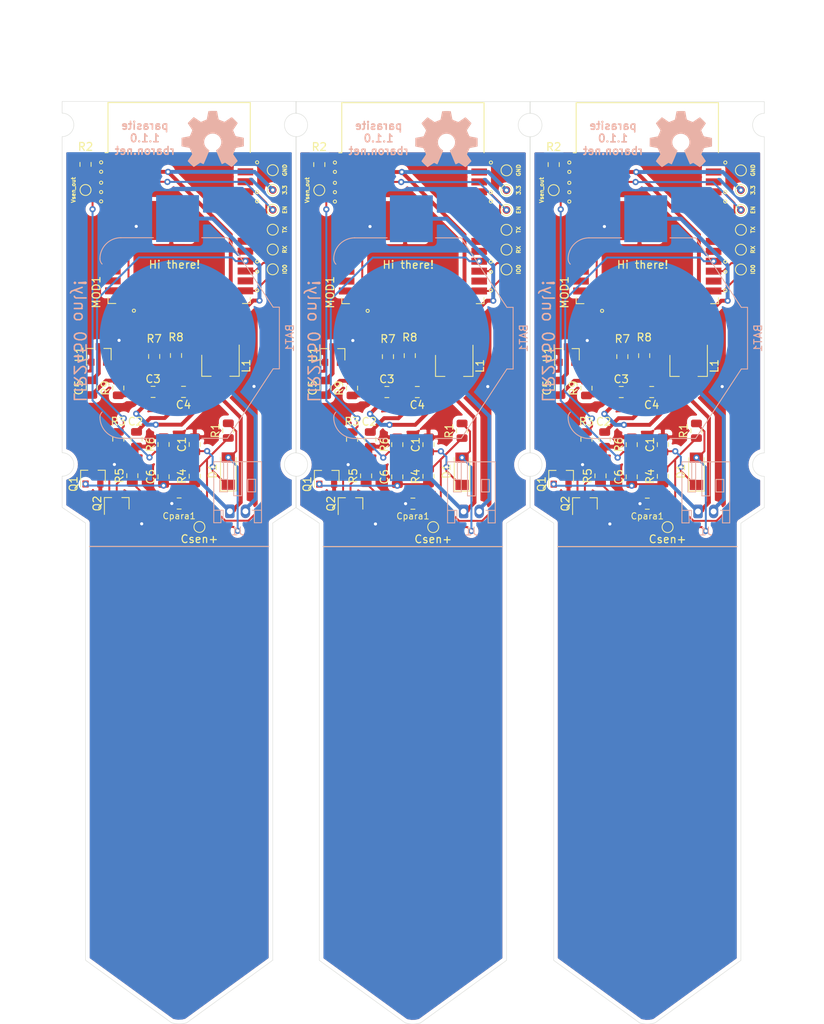
<source format=kicad_pcb>
(kicad_pcb (version 20171130) (host pcbnew "(5.1.5)-3")
  (title_block (title parasite) (date 2021-02-05) (rev 1.1.0) (company rbaron.net))
  (layers (0 F.Cu signal) (31 B.Cu signal) (34 B.Paste user) (35 F.Paste user) (36 B.SilkS user) (37 F.SilkS user) (38 B.Mask user) (39 F.Mask user) (44 Edge.Cuts user))
  (net 0 "")
  (net 1 GND)
  (net 2 /Vsen_out)
  (net 3 +3V3)
  (net 4 +BATT)
  (net 5 /Csen+)
  (net 6 "Net-(MOD1-Pad3)")
  (net 7 "Net-(MOD1-Pad6)")
  (net 8 "Net-(MOD1-Pad7)")
  (net 9 "Net-(MOD1-Pad8)")
  (net 10 "Net-(MOD1-Pad9)")
  (net 11 "Net-(MOD1-Pad10)")
  (net 12 "Net-(MOD1-Pad11)")
  (net 13 "Net-(MOD1-Pad12)")
  (net 14 "Net-(MOD1-Pad13)")
  (net 15 "Net-(MOD1-Pad14)")
  (net 16 "Net-(MOD1-Pad16)")
  (net 17 "Net-(MOD1-Pad17)")
  (net 18 "Net-(MOD1-Pad18)")
  (net 19 "Net-(MOD1-Pad19)")
  (net 20 "Net-(MOD1-Pad20)")
  (net 21 "Net-(MOD1-Pad21)")
  (net 22 "Net-(MOD1-Pad22)")
  (net 23 "Net-(MOD1-Pad23)")
  (net 24 "Net-(MOD1-Pad24)")
  (net 25 "Net-(MOD1-Pad25)")
  (net 26 "Net-(MOD1-Pad26)")
  (net 27 /PWM)
  (net 28 "Net-(MOD1-Pad29)")
  (net 29 "Net-(MOD1-Pad30)")
  (net 30 "Net-(MOD1-Pad31)")
  (net 31 "Net-(MOD1-Pad32)")
  (net 32 "Net-(MOD1-Pad33)")
  (net 33 /RX)
  (net 34 /TX)
  (net 35 "Net-(MOD1-Pad36)")
  (net 36 "Net-(MOD1-Pad37)")
  (net 37 "Net-(C6-Pad1)")
  (net 38 "Net-(Q2-Pad3)")
  (net 39 "Net-(Q1-Pad3)")
  (net 40 /Vbat_mon)
  (net 41 /Disch)
  (net 42 "Net-(C5-Pad1)")
  (net 43 "Net-(BAT1-PadNeg)")
  (module OSHW-logo:OSHW-logo_silkscreen-back_8mm (layer B.Cu) (at 146.43 13.78 180)
    (fp_text reference G*** hide)
    (fp_text value OSHW-logo_silkscreen-back_8mm hide)
  )
  (module Battery:BatteryHolder_Keystone_3008_1x2450 (layer B.Cu) (at 141.93 39.28 90)
    (fp_text reference BAT1 (at 0 14.4 270) (layer B.SilkS) (effects (justify mirror)))
    (fp_text value BS-7)
    (pad Pos smd rect (at -15.3 0 90) (size 6.000001 5.499999) (layers B.Cu B.Paste B.Mask) (net 4 +BATT))
    (pad Pos smd rect (at 15.3 0 90) (size 6.000001 5.499999) (layers B.Cu B.Paste B.Mask) (net 4 +BATT))
    (pad Neg smd circle (at 0 0 90) (size 20.000001 20.000001) (layers B.Cu B.Mask) (net 43 "Net-(BAT1-PadNeg)"))
  )
  (module Resistor_SMD:R_0805_2012Metric (layer F.Cu) (at 141.73 41.5175 270)
    (fp_text reference R8 (at -2.3375 0 180) (layer F.SilkS))
    (fp_text value 470k)
    (pad 2 smd roundrect (at 0.9375 0 270) (size 0.975 1.4) (layers F.Cu F.Paste F.Mask) (net 1 GND))
    (pad 1 smd roundrect (at -0.9375 0 270) (size 0.975 1.4) (layers F.Cu F.Paste F.Mask) (net 40 /Vbat_mon))
  )
  (module Resistor_SMD:R_0805_2012Metric (layer F.Cu) (at 138.93 41.6425 90)
    (fp_text reference R7 (at 2.2625 0 180) (layer F.SilkS))
    (fp_text value 470k)
    (pad 2 smd roundrect (at 0.9375 0 90) (size 0.975 1.4) (layers F.Cu F.Paste F.Mask) (net 40 /Vbat_mon))
    (pad 1 smd roundrect (at -0.9375 0 90) (size 0.975 1.4) (layers F.Cu F.Paste F.Mask) (net 4 +BATT))
  )
  (module TestPoint:TestPoint_Pad_D1.0mm (layer F.Cu) (at 154.13 17.78 90)
    (fp_text reference TP9 hide)
    (fp_text value GND (at 0 1.55 90) (layer F.SilkS) (effects (font (size 0.5 0.5) (thickness 0.125))))
    (pad 1 smd circle (at 0 0 90) (size 1 1) (layers F.Cu F.Mask) (net 1 GND))
  )
  (module TestPoint:TestPoint_Pad_D1.0mm (layer F.Cu) (at 154.13 20.32 90)
    (fp_text reference TP8 hide)
    (fp_text value 3.3 (at 0 1.55 90) (layer F.SilkS) (effects (font (size 0.5 0.5) (thickness 0.125))))
    (pad 1 smd circle (at 0 0 90) (size 1 1) (layers F.Cu F.Mask) (net 3 +3V3))
  )
  (module Package_TO_SOT_SMD:SOT-23 (layer F.Cu) (at 134.13 60.48 90)
    (fp_text reference Q2 (at 0 -2.5 90) (layer F.SilkS))
    (fp_text value MMBT3904)
    (pad 3 smd rect (at 1 0 90) (size 0.9 0.8) (layers F.Cu F.Paste F.Mask) (net 38 "Net-(Q2-Pad3)"))
    (pad 2 smd rect (at -1 0.95 90) (size 0.9 0.8) (layers F.Cu F.Paste F.Mask) (net 1 GND))
    (pad 1 smd rect (at -1 -0.95 90) (size 0.9 0.8) (layers F.Cu F.Paste F.Mask) (net 39 "Net-(Q1-Pad3)"))
  )
  (module Package_TO_SOT_SMD:SOT-23 (layer F.Cu) (at 131.08 56.98 90)
    (fp_text reference Q1 (at -1 -2.5 90) (layer F.SilkS))
    (fp_text value MMBT3904)
    (pad 3 smd rect (at 1 0 90) (size 0.9 0.8) (layers F.Cu F.Paste F.Mask) (net 39 "Net-(Q1-Pad3)"))
    (pad 2 smd rect (at -1 0.95 90) (size 0.9 0.8) (layers F.Cu F.Paste F.Mask) (net 1 GND))
    (pad 1 smd rect (at -1 -0.95 90) (size 0.9 0.8) (layers F.Cu F.Paste F.Mask) (net 37 "Net-(C6-Pad1)"))
  )
  (module Capacitor_SMD:C_0805_2012Metric (layer F.Cu) (at 142.13 60.48)
    (fp_text reference Cpara1 (at 0 1.6) (layer F.SilkS) (effects (font (size 0.8 0.8) (thickness 0.12))))
    (fp_text value 5p)
    (pad 2 smd roundrect (at 0.9375 0) (size 0.975 1.4) (layers F.Cu F.Paste F.Mask) (net 5 /Csen+))
    (pad 1 smd roundrect (at -0.9375 0) (size 0.975 1.4) (layers F.Cu F.Paste F.Mask) (net 1 GND))
  )
  (module Capacitor_SMD:C_0805_2012Metric (layer F.Cu) (at 144.13 52.9175 90)
    (fp_text reference C1 (at 0 -1.65 90) (layer F.SilkS))
    (fp_text value 1n)
    (pad 2 smd roundrect (at 0.9375 0 90) (size 0.975 1.4) (layers F.Cu F.Paste F.Mask) (net 1 GND))
    (pad 1 smd roundrect (at -0.9375 0 90) (size 0.975 1.4) (layers F.Cu F.Paste F.Mask) (net 2 /Vsen_out))
  )
  (module Capacitor_SMD:C_0805_2012Metric (layer F.Cu) (at 136.6675 52.2425 270)
    (fp_text reference C2 (at -2.2625 0.1375 180) (layer F.SilkS))
    (fp_text value 10u)
    (pad 1 smd roundrect (at -0.9375 0 270) (size 0.975 1.4) (layers F.Cu F.Paste F.Mask) (net 3 +3V3))
    (pad 2 smd roundrect (at 0.9375 0 270) (size 0.975 1.4) (layers F.Cu F.Paste F.Mask) (net 1 GND))
  )
  (module Capacitor_SMD:C_0805_2012Metric (layer F.Cu) (at 138.7925 46.18)
    (fp_text reference C3 (at 0 -1.65) (layer F.SilkS))
    (fp_text value 10u)
    (pad 1 smd roundrect (at -0.9375 0) (size 0.975 1.4) (layers F.Cu F.Paste F.Mask) (net 4 +BATT))
    (pad 2 smd roundrect (at 0.9375 0) (size 0.975 1.4) (layers F.Cu F.Paste F.Mask) (net 1 GND))
  )
  (module Capacitor_SMD:C_0805_2012Metric (layer F.Cu) (at 142.6925 46.18 180)
    (fp_text reference C4 (at 0 -1.65) (layer F.SilkS))
    (fp_text value 10u)
    (pad 2 smd roundrect (at 0.9375 0 180) (size 0.975 1.4) (layers F.Cu F.Paste F.Mask) (net 1 GND))
    (pad 1 smd roundrect (at -0.9375 0 180) (size 0.975 1.4) (layers F.Cu F.Paste F.Mask) (net 3 +3V3))
  )
  (module Diode_SMD:D_MiniMELF (layer F.Cu) (at 148.43 56.33 90)
    (fp_text reference D1 (at 0 -2 90) (layer F.SilkS))
    (fp_text value LL4148)
    (pad 1 smd rect (at -1.75 0 90) (size 1.3 1.7) (layers F.Cu F.Paste F.Mask) (net 2 /Vsen_out))
    (pad 2 smd rect (at 1.75 0 90) (size 1.3 1.7) (layers F.Cu F.Paste F.Mask) (net 5 /Csen+))
  )
  (module Connector_JST:JST_PH_S2B-PH-K_1x02_P2.00mm_Horizontal (layer B.Cu) (at 148.63 61.48)
    (fp_text reference J1 (at 1 2.55) (layer B.SilkS) (effects (justify mirror)))
    (fp_text value Conn_01x02_Female)
    (pad 2 thru_hole oval (at 2 0) (size 1.2 1.75) (drill 0.75) (layers *.Cu *.Mask) (net 43 "Net-(BAT1-PadNeg)"))
    (pad 1 thru_hole roundrect (at 0 0) (size 1.2 1.75) (drill 0.75) (layers *.Cu *.Mask) (roundrect_rratio 0.208333) (net 4 +BATT))
  )
  (module Package_TO_SOT_SMD:SOT-89-3_Handsoldering (layer F.Cu) (at 147.43 42.4 270)
    (fp_text reference L1 (at 0.45 -3.3 90) (layer F.SilkS))
    (fp_text value HT7333-A)
    (pad 1 smd rect (at -1.98 -1.5 180) (size 1 2.5) (layers F.Cu F.Paste F.Mask) (net 1 GND))
    (pad 2 smd rect (at -1.98 0 180) (size 1 2.5) (layers F.Cu F.Paste F.Mask) (net 4 +BATT))
    (pad 3 smd rect (at -1.98 1.5 180) (size 1 2.5) (layers F.Cu F.Paste F.Mask) (net 3 +3V3))
    (pad 2 smd rect (at 1.98 0 180) (size 2 4) (layers F.Cu F.Paste F.Mask) (net 4 +BATT))
    (pad 2 smd trapezoid (at -0.37 0) (size 1.5 0.75) (rect_delta 0 0.5) (layers F.Cu F.Paste F.Mask) (net 4 +BATT))
  )
  (module RF_Module:ESP32-WROOM-32 (layer F.Cu) (at 142.13 24.98)
    (fp_text reference MOD1 (at -10.61 8.43 90) (layer F.SilkS))
    (fp_text value ESP32-WROOM-32)
    (pad 39 smd rect (at -1 -0.755) (size 5 5) (layers F.Cu F.Paste F.Mask) (net 1 GND))
    (pad 1 smd rect (at -8.5 -8.255) (size 2 0.9) (layers F.Cu F.Paste F.Mask) (net 1 GND))
    (pad 2 smd rect (at -8.5 -6.985) (size 2 0.9) (layers F.Cu F.Paste F.Mask) (net 3 +3V3))
    (pad 3 smd rect (at -8.5 -5.715) (size 2 0.9) (layers F.Cu F.Paste F.Mask) (net 6 "Net-(MOD1-Pad3)"))
    (pad 4 smd rect (at -8.5 -4.445) (size 2 0.9) (layers F.Cu F.Paste F.Mask) (net 2 /Vsen_out))
    (pad 5 smd rect (at -8.5 -3.175) (size 2 0.9) (layers F.Cu F.Paste F.Mask) (net 40 /Vbat_mon))
    (pad 6 smd rect (at -8.5 -1.905) (size 2 0.9) (layers F.Cu F.Paste F.Mask) (net 7 "Net-(MOD1-Pad6)"))
    (pad 7 smd rect (at -8.5 -0.635) (size 2 0.9) (layers F.Cu F.Paste F.Mask) (net 8 "Net-(MOD1-Pad7)"))
    (pad 8 smd rect (at -8.5 0.635) (size 2 0.9) (layers F.Cu F.Paste F.Mask) (net 9 "Net-(MOD1-Pad8)"))
    (pad 9 smd rect (at -8.5 1.905) (size 2 0.9) (layers F.Cu F.Paste F.Mask) (net 10 "Net-(MOD1-Pad9)"))
    (pad 10 smd rect (at -8.5 3.175) (size 2 0.9) (layers F.Cu F.Paste F.Mask) (net 11 "Net-(MOD1-Pad10)"))
    (pad 11 smd rect (at -8.5 4.445) (size 2 0.9) (layers F.Cu F.Paste F.Mask) (net 12 "Net-(MOD1-Pad11)"))
    (pad 12 smd rect (at -8.5 5.715) (size 2 0.9) (layers F.Cu F.Paste F.Mask) (net 13 "Net-(MOD1-Pad12)"))
    (pad 13 smd rect (at -8.5 6.985) (size 2 0.9) (layers F.Cu F.Paste F.Mask) (net 14 "Net-(MOD1-Pad13)"))
    (pad 14 smd rect (at -8.5 8.255) (size 2 0.9) (layers F.Cu F.Paste F.Mask) (net 15 "Net-(MOD1-Pad14)"))
    (pad 15 smd rect (at -5.715 9.255 90) (size 2 0.9) (layers F.Cu F.Paste F.Mask) (net 1 GND))
    (pad 16 smd rect (at -4.445 9.255 90) (size 2 0.9) (layers F.Cu F.Paste F.Mask) (net 16 "Net-(MOD1-Pad16)"))
    (pad 17 smd rect (at -3.175 9.255 90) (size 2 0.9) (layers F.Cu F.Paste F.Mask) (net 17 "Net-(MOD1-Pad17)"))
    (pad 18 smd rect (at -1.905 9.255 90) (size 2 0.9) (layers F.Cu F.Paste F.Mask) (net 18 "Net-(MOD1-Pad18)"))
    (pad 19 smd rect (at -0.635 9.255 90) (size 2 0.9) (layers F.Cu F.Paste F.Mask) (net 19 "Net-(MOD1-Pad19)"))
    (pad 20 smd rect (at 0.635 9.255 90) (size 2 0.9) (layers F.Cu F.Paste F.Mask) (net 20 "Net-(MOD1-Pad20)"))
    (pad 21 smd rect (at 1.905 9.255 90) (size 2 0.9) (layers F.Cu F.Paste F.Mask) (net 21 "Net-(MOD1-Pad21)"))
    (pad 22 smd rect (at 3.175 9.255 90) (size 2 0.9) (layers F.Cu F.Paste F.Mask) (net 22 "Net-(MOD1-Pad22)"))
    (pad 23 smd rect (at 4.445 9.255 90) (size 2 0.9) (layers F.Cu F.Paste F.Mask) (net 23 "Net-(MOD1-Pad23)"))
    (pad 24 smd rect (at 5.715 9.255 90) (size 2 0.9) (layers F.Cu F.Paste F.Mask) (net 24 "Net-(MOD1-Pad24)"))
    (pad 25 smd rect (at 8.5 8.255) (size 2 0.9) (layers F.Cu F.Paste F.Mask) (net 25 "Net-(MOD1-Pad25)"))
    (pad 26 smd rect (at 8.5 6.985) (size 2 0.9) (layers F.Cu F.Paste F.Mask) (net 26 "Net-(MOD1-Pad26)"))
    (pad 27 smd rect (at 8.5 5.715) (size 2 0.9) (layers F.Cu F.Paste F.Mask) (net 27 /PWM))
    (pad 28 smd rect (at 8.5 4.445) (size 2 0.9) (layers F.Cu F.Paste F.Mask) (net 41 /Disch))
    (pad 29 smd rect (at 8.5 3.175) (size 2 0.9) (layers F.Cu F.Paste F.Mask) (net 28 "Net-(MOD1-Pad29)"))
    (pad 30 smd rect (at 8.5 1.905) (size 2 0.9) (layers F.Cu F.Paste F.Mask) (net 29 "Net-(MOD1-Pad30)"))
    (pad 31 smd rect (at 8.5 0.635) (size 2 0.9) (layers F.Cu F.Paste F.Mask) (net 30 "Net-(MOD1-Pad31)"))
    (pad 32 smd rect (at 8.5 -0.635) (size 2 0.9) (layers F.Cu F.Paste F.Mask) (net 31 "Net-(MOD1-Pad32)"))
    (pad 33 smd rect (at 8.5 -1.905) (size 2 0.9) (layers F.Cu F.Paste F.Mask) (net 32 "Net-(MOD1-Pad33)"))
    (pad 34 smd rect (at 8.5 -3.175) (size 2 0.9) (layers F.Cu F.Paste F.Mask) (net 33 /RX))
    (pad 35 smd rect (at 8.5 -4.445) (size 2 0.9) (layers F.Cu F.Paste F.Mask) (net 34 /TX))
    (pad 36 smd rect (at 8.5 -5.715) (size 2 0.9) (layers F.Cu F.Paste F.Mask) (net 35 "Net-(MOD1-Pad36)"))
    (pad 37 smd rect (at 8.5 -6.985) (size 2 0.9) (layers F.Cu F.Paste F.Mask) (net 36 "Net-(MOD1-Pad37)"))
    (pad 38 smd rect (at 8.5 -8.255) (size 2 0.9) (layers F.Cu F.Paste F.Mask) (net 1 GND))
  )
  (module Resistor_SMD:R_0805_2012Metric (layer F.Cu) (at 148.43 51.1425 90)
    (fp_text reference R1 (at 0 -1.65 90) (layer F.SilkS))
    (fp_text value 10k)
    (pad 2 smd roundrect (at 0.9375 0 90) (size 0.975 1.4) (layers F.Cu F.Paste F.Mask) (net 5 /Csen+))
    (pad 1 smd roundrect (at -0.9375 0 90) (size 0.975 1.4) (layers F.Cu F.Paste F.Mask) (net 27 /PWM))
  )
  (module Resistor_SMD:R_0805_2012Metric (layer F.Cu) (at 130.13 17.0425 270)
    (fp_text reference R2 (at -2.2625 0 180) (layer F.SilkS))
    (fp_text value 10k)
    (pad 1 smd roundrect (at -0.9375 0 270) (size 0.975 1.4) (layers F.Cu F.Paste F.Mask) (net 3 +3V3))
    (pad 2 smd roundrect (at 0.9375 0 270) (size 0.975 1.4) (layers F.Cu F.Paste F.Mask) (net 6 "Net-(MOD1-Pad3)"))
  )
  (module Resistor_SMD:R_0805_2012Metric (layer F.Cu) (at 134.33 52.2425 270)
    (fp_text reference R3 (at -2.2625 0 180) (layer F.SilkS))
    (fp_text value 1k)
    (pad 1 smd roundrect (at -0.9375 0 270) (size 0.975 1.4) (layers F.Cu F.Paste F.Mask) (net 41 /Disch))
    (pad 2 smd roundrect (at 0.9375 0 270) (size 0.975 1.4) (layers F.Cu F.Paste F.Mask) (net 39 "Net-(Q1-Pad3)"))
  )
  (module Resistor_SMD:R_0805_2012Metric (layer F.Cu) (at 144.13 56.98 90)
    (fp_text reference R4 (at 0 -1.65 90) (layer F.SilkS))
    (fp_text value 10k)
    (pad 2 smd roundrect (at 0.9375 0 90) (size 0.975 1.4) (layers F.Cu F.Paste F.Mask) (net 27 /PWM))
    (pad 1 smd roundrect (at -0.9375 0 90) (size 0.975 1.4) (layers F.Cu F.Paste F.Mask) (net 37 "Net-(C6-Pad1)"))
  )
  (module Resistor_SMD:R_0805_2012Metric (layer F.Cu) (at 136.13 56.9175 90)
    (fp_text reference R5 (at 0 -1.65 90) (layer F.SilkS))
    (fp_text value 1k)
    (pad 2 smd roundrect (at 0.9375 0 90) (size 0.975 1.4) (layers F.Cu F.Paste F.Mask) (net 38 "Net-(Q2-Pad3)"))
    (pad 1 smd roundrect (at -0.9375 0 90) (size 0.975 1.4) (layers F.Cu F.Paste F.Mask) (net 5 /Csen+))
  )
  (module Resistor_SMD:R_0805_2012Metric (layer F.Cu) (at 140.13 52.9175 90)
    (fp_text reference R6 (at 0 -1.65 90) (layer F.SilkS))
    (fp_text value 1M)
    (pad 1 smd roundrect (at -0.9375 0 90) (size 0.975 1.4) (layers F.Cu F.Paste F.Mask) (net 2 /Vsen_out))
    (pad 2 smd roundrect (at 0.9375 0 90) (size 0.975 1.4) (layers F.Cu F.Paste F.Mask) (net 1 GND))
  )
  (module TestPoint:TestPoint_Pad_D1.0mm (layer F.Cu) (at 154.13 30.48 90)
    (fp_text reference TP1 hide)
    (fp_text value IO0 (at 0 1.55 90) (layer F.SilkS) (effects (font (size 0.5 0.5) (thickness 0.125))))
    (pad 1 smd circle (at 0 0 90) (size 1 1) (layers F.Cu F.Mask) (net 25 "Net-(MOD1-Pad25)"))
  )
  (module TestPoint:TestPoint_Pad_D1.0mm (layer F.Cu) (at 154.13 22.86 90)
    (fp_text reference TP2 hide)
    (fp_text value EN (at 0 1.55 90) (layer F.SilkS) (effects (font (size 0.5 0.5) (thickness 0.125))))
    (pad 1 smd circle (at 0 0 90) (size 1 1) (layers F.Cu F.Mask) (net 6 "Net-(MOD1-Pad3)"))
  )
  (module TestPoint:TestPoint_Pad_D1.0mm (layer F.Cu) (at 144.73 63.48)
    (fp_text reference TP3 hide)
    (fp_text value Csen+ (at 0 1.55) (layer F.SilkS))
    (pad 1 smd circle (at 0 0) (size 1 1) (layers F.Cu F.Mask) (net 5 /Csen+))
  )
  (module TestPoint:TestPoint_Pad_D1.0mm (layer F.Cu) (at 130.13 20.32 270)
    (fp_text reference TP4 hide)
    (fp_text value Vsen_out (at 0 1.55 90) (layer F.SilkS) (effects (font (size 0.5 0.5) (thickness 0.125))))
    (pad 1 smd circle (at 0 0 270) (size 1 1) (layers F.Cu F.Mask) (net 2 /Vsen_out))
  )
  (module TestPoint:TestPoint_Pad_D1.0mm (layer F.Cu) (at 154.13 25.4 90)
    (fp_text reference TP5 hide)
    (fp_text value TX (at 0 1.55 90) (layer F.SilkS) (effects (font (size 0.5 0.5) (thickness 0.125))))
    (pad 1 smd circle (at 0 0 90) (size 1 1) (layers F.Cu F.Mask) (net 34 /TX))
  )
  (module TestPoint:TestPoint_Pad_D1.0mm (layer F.Cu) (at 154.13 27.94 90)
    (fp_text reference TP6 hide)
    (fp_text value RX (at 0 1.55 90) (layer F.SilkS) (effects (font (size 0.5 0.5) (thickness 0.125))))
    (pad 1 smd circle (at 0 0 90) (size 1 1) (layers F.Cu F.Mask) (net 33 /RX))
  )
  (module Capacitor_SMD:C_0805_2012Metric (layer F.Cu) (at 140.13 57.0425 90)
    (fp_text reference C6 (at 0 -1.65 90) (layer F.SilkS))
    (fp_text value 100p)
    (pad 1 smd roundrect (at -0.9375 0 90) (size 0.975 1.4) (layers F.Cu F.Paste F.Mask) (net 37 "Net-(C6-Pad1)"))
    (pad 2 smd roundrect (at 0.9375 0 90) (size 0.975 1.4) (layers F.Cu F.Paste F.Mask) (net 27 /PWM))
  )
  (module Capacitor_SMD:C_0805_2012Metric (layer F.Cu) (at 130.93 45.6425 90)
    (fp_text reference C5 (at 0 -1.65 90) (layer F.SilkS))
    (fp_text value 0.1u)
    (pad 1 smd roundrect (at -0.9375 0 90) (size 0.975 1.4) (layers F.Cu F.Paste F.Mask) (net 42 "Net-(C5-Pad1)"))
    (pad 2 smd roundrect (at 0.9375 0 90) (size 0.975 1.4) (layers F.Cu F.Paste F.Mask) (net 43 "Net-(BAT1-PadNeg)"))
  )
  (module Resistor_SMD:R_0805_2012Metric (layer F.Cu) (at 134.33 45.68 90)
    (fp_text reference R9 (at 0 -1.65 90) (layer F.SilkS))
    (fp_text value 1k)
    (pad 1 smd roundrect (at -0.9375 0 90) (size 0.975 1.4) (layers F.Cu F.Paste F.Mask) (net 4 +BATT))
    (pad 2 smd roundrect (at 0.9375 0 90) (size 0.975 1.4) (layers F.Cu F.Paste F.Mask) (net 42 "Net-(C5-Pad1)"))
  )
  (module Package_TO_SOT_SMD:SOT-23 (layer F.Cu) (at 131.83 41.38 90)
    (fp_text reference U1 (at 0 -2.5 90) (layer F.SilkS))
    (fp_text value XB3303A)
    (pad 1 smd rect (at -1 -0.95 90) (size 0.9 0.8) (layers F.Cu F.Paste F.Mask) (net 1 GND))
    (pad 2 smd rect (at -1 0.95 90) (size 0.9 0.8) (layers F.Cu F.Paste F.Mask) (net 42 "Net-(C5-Pad1)"))
    (pad 3 smd rect (at 1 0 90) (size 0.9 0.8) (layers F.Cu F.Paste F.Mask) (net 43 "Net-(BAT1-PadNeg)"))
  )
  (module OSHW-logo:OSHW-logo_silkscreen-back_8mm (layer B.Cu) (at 176.4 13.8 180)
    (fp_text reference G*** hide)
    (fp_text value OSHW-logo_silkscreen-back_8mm hide)
  )
  (module Battery:BatteryHolder_Keystone_3008_1x2450 (layer B.Cu) (at 171.9 39.3 90)
    (fp_text reference BAT1 (at 0 14.4 270) (layer B.SilkS) (effects (justify mirror)))
    (fp_text value BS-7)
    (pad Pos smd rect (at -15.3 0 90) (size 6.000001 5.499999) (layers B.Cu B.Paste B.Mask) (net 4 +BATT))
    (pad Pos smd rect (at 15.3 0 90) (size 6.000001 5.499999) (layers B.Cu B.Paste B.Mask) (net 4 +BATT))
    (pad Neg smd circle (at 0 0 90) (size 20.000001 20.000001) (layers B.Cu B.Mask) (net 43 "Net-(BAT1-PadNeg)"))
  )
  (module Resistor_SMD:R_0805_2012Metric (layer F.Cu) (at 171.7 41.5375 270)
    (fp_text reference R8 (at -2.3375 0 180) (layer F.SilkS))
    (fp_text value 470k)
    (pad 2 smd roundrect (at 0.9375 0 270) (size 0.975 1.4) (layers F.Cu F.Paste F.Mask) (net 1 GND))
    (pad 1 smd roundrect (at -0.9375 0 270) (size 0.975 1.4) (layers F.Cu F.Paste F.Mask) (net 40 /Vbat_mon))
  )
  (module Resistor_SMD:R_0805_2012Metric (layer F.Cu) (at 168.9 41.6625 90)
    (fp_text reference R7 (at 2.2625 0 180) (layer F.SilkS))
    (fp_text value 470k)
    (pad 2 smd roundrect (at 0.9375 0 90) (size 0.975 1.4) (layers F.Cu F.Paste F.Mask) (net 40 /Vbat_mon))
    (pad 1 smd roundrect (at -0.9375 0 90) (size 0.975 1.4) (layers F.Cu F.Paste F.Mask) (net 4 +BATT))
  )
  (module TestPoint:TestPoint_Pad_D1.0mm (layer F.Cu) (at 184.1 17.8 90)
    (fp_text reference TP9 hide)
    (fp_text value GND (at 0 1.55 90) (layer F.SilkS) (effects (font (size 0.5 0.5) (thickness 0.125))))
    (pad 1 smd circle (at 0 0 90) (size 1 1) (layers F.Cu F.Mask) (net 1 GND))
  )
  (module TestPoint:TestPoint_Pad_D1.0mm (layer F.Cu) (at 184.1 20.34 90)
    (fp_text reference TP8 hide)
    (fp_text value 3.3 (at 0 1.55 90) (layer F.SilkS) (effects (font (size 0.5 0.5) (thickness 0.125))))
    (pad 1 smd circle (at 0 0 90) (size 1 1) (layers F.Cu F.Mask) (net 3 +3V3))
  )
  (module Package_TO_SOT_SMD:SOT-23 (layer F.Cu) (at 164.1 60.5 90)
    (fp_text reference Q2 (at 0 -2.5 90) (layer F.SilkS))
    (fp_text value MMBT3904)
    (pad 3 smd rect (at 1 0 90) (size 0.9 0.8) (layers F.Cu F.Paste F.Mask) (net 38 "Net-(Q2-Pad3)"))
    (pad 2 smd rect (at -1 0.95 90) (size 0.9 0.8) (layers F.Cu F.Paste F.Mask) (net 1 GND))
    (pad 1 smd rect (at -1 -0.95 90) (size 0.9 0.8) (layers F.Cu F.Paste F.Mask) (net 39 "Net-(Q1-Pad3)"))
  )
  (module Package_TO_SOT_SMD:SOT-23 (layer F.Cu) (at 161.05 57 90)
    (fp_text reference Q1 (at -1 -2.5 90) (layer F.SilkS))
    (fp_text value MMBT3904)
    (pad 3 smd rect (at 1 0 90) (size 0.9 0.8) (layers F.Cu F.Paste F.Mask) (net 39 "Net-(Q1-Pad3)"))
    (pad 2 smd rect (at -1 0.95 90) (size 0.9 0.8) (layers F.Cu F.Paste F.Mask) (net 1 GND))
    (pad 1 smd rect (at -1 -0.95 90) (size 0.9 0.8) (layers F.Cu F.Paste F.Mask) (net 37 "Net-(C6-Pad1)"))
  )
  (module Capacitor_SMD:C_0805_2012Metric (layer F.Cu) (at 172.1 60.5)
    (fp_text reference Cpara1 (at 0 1.6) (layer F.SilkS) (effects (font (size 0.8 0.8) (thickness 0.12))))
    (fp_text value 5p)
    (pad 2 smd roundrect (at 0.9375 0) (size 0.975 1.4) (layers F.Cu F.Paste F.Mask) (net 5 /Csen+))
    (pad 1 smd roundrect (at -0.9375 0) (size 0.975 1.4) (layers F.Cu F.Paste F.Mask) (net 1 GND))
  )
  (module Capacitor_SMD:C_0805_2012Metric (layer F.Cu) (at 174.1 52.9375 90)
    (fp_text reference C1 (at 0 -1.65 90) (layer F.SilkS))
    (fp_text value 1n)
    (pad 2 smd roundrect (at 0.9375 0 90) (size 0.975 1.4) (layers F.Cu F.Paste F.Mask) (net 1 GND))
    (pad 1 smd roundrect (at -0.9375 0 90) (size 0.975 1.4) (layers F.Cu F.Paste F.Mask) (net 2 /Vsen_out))
  )
  (module Capacitor_SMD:C_0805_2012Metric (layer F.Cu) (at 166.6375 52.2625 270)
    (fp_text reference C2 (at -2.2625 0.1375 180) (layer F.SilkS))
    (fp_text value 10u)
    (pad 1 smd roundrect (at -0.9375 0 270) (size 0.975 1.4) (layers F.Cu F.Paste F.Mask) (net 3 +3V3))
    (pad 2 smd roundrect (at 0.9375 0 270) (size 0.975 1.4) (layers F.Cu F.Paste F.Mask) (net 1 GND))
  )
  (module Capacitor_SMD:C_0805_2012Metric (layer F.Cu) (at 168.7625 46.2)
    (fp_text reference C3 (at 0 -1.65) (layer F.SilkS))
    (fp_text value 10u)
    (pad 1 smd roundrect (at -0.9375 0) (size 0.975 1.4) (layers F.Cu F.Paste F.Mask) (net 4 +BATT))
    (pad 2 smd roundrect (at 0.9375 0) (size 0.975 1.4) (layers F.Cu F.Paste F.Mask) (net 1 GND))
  )
  (module Capacitor_SMD:C_0805_2012Metric (layer F.Cu) (at 172.6625 46.2 180)
    (fp_text reference C4 (at 0 -1.65) (layer F.SilkS))
    (fp_text value 10u)
    (pad 2 smd roundrect (at 0.9375 0 180) (size 0.975 1.4) (layers F.Cu F.Paste F.Mask) (net 1 GND))
    (pad 1 smd roundrect (at -0.9375 0 180) (size 0.975 1.4) (layers F.Cu F.Paste F.Mask) (net 3 +3V3))
  )
  (module Diode_SMD:D_MiniMELF (layer F.Cu) (at 178.4 56.35 90)
    (fp_text reference D1 (at 0 -2 90) (layer F.SilkS))
    (fp_text value LL4148)
    (pad 1 smd rect (at -1.75 0 90) (size 1.3 1.7) (layers F.Cu F.Paste F.Mask) (net 2 /Vsen_out))
    (pad 2 smd rect (at 1.75 0 90) (size 1.3 1.7) (layers F.Cu F.Paste F.Mask) (net 5 /Csen+))
  )
  (module Connector_JST:JST_PH_S2B-PH-K_1x02_P2.00mm_Horizontal (layer B.Cu) (at 178.6 61.5)
    (fp_text reference J1 (at 1 2.55) (layer B.SilkS) (effects (justify mirror)))
    (fp_text value Conn_01x02_Female)
    (pad 2 thru_hole oval (at 2 0) (size 1.2 1.75) (drill 0.75) (layers *.Cu *.Mask) (net 43 "Net-(BAT1-PadNeg)"))
    (pad 1 thru_hole roundrect (at 0 0) (size 1.2 1.75) (drill 0.75) (layers *.Cu *.Mask) (roundrect_rratio 0.208333) (net 4 +BATT))
  )
  (module Package_TO_SOT_SMD:SOT-89-3_Handsoldering (layer F.Cu) (at 177.4 42.42 270)
    (fp_text reference L1 (at 0.45 -3.3 90) (layer F.SilkS))
    (fp_text value HT7333-A)
    (pad 1 smd rect (at -1.98 -1.5 180) (size 1 2.5) (layers F.Cu F.Paste F.Mask) (net 1 GND))
    (pad 2 smd rect (at -1.98 0 180) (size 1 2.5) (layers F.Cu F.Paste F.Mask) (net 4 +BATT))
    (pad 3 smd rect (at -1.98 1.5 180) (size 1 2.5) (layers F.Cu F.Paste F.Mask) (net 3 +3V3))
    (pad 2 smd rect (at 1.98 0 180) (size 2 4) (layers F.Cu F.Paste F.Mask) (net 4 +BATT))
    (pad 2 smd trapezoid (at -0.37 0) (size 1.5 0.75) (rect_delta 0 0.5) (layers F.Cu F.Paste F.Mask) (net 4 +BATT))
  )
  (module RF_Module:ESP32-WROOM-32 (layer F.Cu) (at 172.1 25)
    (fp_text reference MOD1 (at -10.61 8.43 90) (layer F.SilkS))
    (fp_text value ESP32-WROOM-32)
    (pad 39 smd rect (at -1 -0.755) (size 5 5) (layers F.Cu F.Paste F.Mask) (net 1 GND))
    (pad 1 smd rect (at -8.5 -8.255) (size 2 0.9) (layers F.Cu F.Paste F.Mask) (net 1 GND))
    (pad 2 smd rect (at -8.5 -6.985) (size 2 0.9) (layers F.Cu F.Paste F.Mask) (net 3 +3V3))
    (pad 3 smd rect (at -8.5 -5.715) (size 2 0.9) (layers F.Cu F.Paste F.Mask) (net 6 "Net-(MOD1-Pad3)"))
    (pad 4 smd rect (at -8.5 -4.445) (size 2 0.9) (layers F.Cu F.Paste F.Mask) (net 2 /Vsen_out))
    (pad 5 smd rect (at -8.5 -3.175) (size 2 0.9) (layers F.Cu F.Paste F.Mask) (net 40 /Vbat_mon))
    (pad 6 smd rect (at -8.5 -1.905) (size 2 0.9) (layers F.Cu F.Paste F.Mask) (net 7 "Net-(MOD1-Pad6)"))
    (pad 7 smd rect (at -8.5 -0.635) (size 2 0.9) (layers F.Cu F.Paste F.Mask) (net 8 "Net-(MOD1-Pad7)"))
    (pad 8 smd rect (at -8.5 0.635) (size 2 0.9) (layers F.Cu F.Paste F.Mask) (net 9 "Net-(MOD1-Pad8)"))
    (pad 9 smd rect (at -8.5 1.905) (size 2 0.9) (layers F.Cu F.Paste F.Mask) (net 10 "Net-(MOD1-Pad9)"))
    (pad 10 smd rect (at -8.5 3.175) (size 2 0.9) (layers F.Cu F.Paste F.Mask) (net 11 "Net-(MOD1-Pad10)"))
    (pad 11 smd rect (at -8.5 4.445) (size 2 0.9) (layers F.Cu F.Paste F.Mask) (net 12 "Net-(MOD1-Pad11)"))
    (pad 12 smd rect (at -8.5 5.715) (size 2 0.9) (layers F.Cu F.Paste F.Mask) (net 13 "Net-(MOD1-Pad12)"))
    (pad 13 smd rect (at -8.5 6.985) (size 2 0.9) (layers F.Cu F.Paste F.Mask) (net 14 "Net-(MOD1-Pad13)"))
    (pad 14 smd rect (at -8.5 8.255) (size 2 0.9) (layers F.Cu F.Paste F.Mask) (net 15 "Net-(MOD1-Pad14)"))
    (pad 15 smd rect (at -5.715 9.255 90) (size 2 0.9) (layers F.Cu F.Paste F.Mask) (net 1 GND))
    (pad 16 smd rect (at -4.445 9.255 90) (size 2 0.9) (layers F.Cu F.Paste F.Mask) (net 16 "Net-(MOD1-Pad16)"))
    (pad 17 smd rect (at -3.175 9.255 90) (size 2 0.9) (layers F.Cu F.Paste F.Mask) (net 17 "Net-(MOD1-Pad17)"))
    (pad 18 smd rect (at -1.905 9.255 90) (size 2 0.9) (layers F.Cu F.Paste F.Mask) (net 18 "Net-(MOD1-Pad18)"))
    (pad 19 smd rect (at -0.635 9.255 90) (size 2 0.9) (layers F.Cu F.Paste F.Mask) (net 19 "Net-(MOD1-Pad19)"))
    (pad 20 smd rect (at 0.635 9.255 90) (size 2 0.9) (layers F.Cu F.Paste F.Mask) (net 20 "Net-(MOD1-Pad20)"))
    (pad 21 smd rect (at 1.905 9.255 90) (size 2 0.9) (layers F.Cu F.Paste F.Mask) (net 21 "Net-(MOD1-Pad21)"))
    (pad 22 smd rect (at 3.175 9.255 90) (size 2 0.9) (layers F.Cu F.Paste F.Mask) (net 22 "Net-(MOD1-Pad22)"))
    (pad 23 smd rect (at 4.445 9.255 90) (size 2 0.9) (layers F.Cu F.Paste F.Mask) (net 23 "Net-(MOD1-Pad23)"))
    (pad 24 smd rect (at 5.715 9.255 90) (size 2 0.9) (layers F.Cu F.Paste F.Mask) (net 24 "Net-(MOD1-Pad24)"))
    (pad 25 smd rect (at 8.5 8.255) (size 2 0.9) (layers F.Cu F.Paste F.Mask) (net 25 "Net-(MOD1-Pad25)"))
    (pad 26 smd rect (at 8.5 6.985) (size 2 0.9) (layers F.Cu F.Paste F.Mask) (net 26 "Net-(MOD1-Pad26)"))
    (pad 27 smd rect (at 8.5 5.715) (size 2 0.9) (layers F.Cu F.Paste F.Mask) (net 27 /PWM))
    (pad 28 smd rect (at 8.5 4.445) (size 2 0.9) (layers F.Cu F.Paste F.Mask) (net 41 /Disch))
    (pad 29 smd rect (at 8.5 3.175) (size 2 0.9) (layers F.Cu F.Paste F.Mask) (net 28 "Net-(MOD1-Pad29)"))
    (pad 30 smd rect (at 8.5 1.905) (size 2 0.9) (layers F.Cu F.Paste F.Mask) (net 29 "Net-(MOD1-Pad30)"))
    (pad 31 smd rect (at 8.5 0.635) (size 2 0.9) (layers F.Cu F.Paste F.Mask) (net 30 "Net-(MOD1-Pad31)"))
    (pad 32 smd rect (at 8.5 -0.635) (size 2 0.9) (layers F.Cu F.Paste F.Mask) (net 31 "Net-(MOD1-Pad32)"))
    (pad 33 smd rect (at 8.5 -1.905) (size 2 0.9) (layers F.Cu F.Paste F.Mask) (net 32 "Net-(MOD1-Pad33)"))
    (pad 34 smd rect (at 8.5 -3.175) (size 2 0.9) (layers F.Cu F.Paste F.Mask) (net 33 /RX))
    (pad 35 smd rect (at 8.5 -4.445) (size 2 0.9) (layers F.Cu F.Paste F.Mask) (net 34 /TX))
    (pad 36 smd rect (at 8.5 -5.715) (size 2 0.9) (layers F.Cu F.Paste F.Mask) (net 35 "Net-(MOD1-Pad36)"))
    (pad 37 smd rect (at 8.5 -6.985) (size 2 0.9) (layers F.Cu F.Paste F.Mask) (net 36 "Net-(MOD1-Pad37)"))
    (pad 38 smd rect (at 8.5 -8.255) (size 2 0.9) (layers F.Cu F.Paste F.Mask) (net 1 GND))
  )
  (module Resistor_SMD:R_0805_2012Metric (layer F.Cu) (at 178.4 51.1625 90)
    (fp_text reference R1 (at 0 -1.65 90) (layer F.SilkS))
    (fp_text value 10k)
    (pad 2 smd roundrect (at 0.9375 0 90) (size 0.975 1.4) (layers F.Cu F.Paste F.Mask) (net 5 /Csen+))
    (pad 1 smd roundrect (at -0.9375 0 90) (size 0.975 1.4) (layers F.Cu F.Paste F.Mask) (net 27 /PWM))
  )
  (module Resistor_SMD:R_0805_2012Metric (layer F.Cu) (at 160.1 17.0625 270)
    (fp_text reference R2 (at -2.2625 0 180) (layer F.SilkS))
    (fp_text value 10k)
    (pad 1 smd roundrect (at -0.9375 0 270) (size 0.975 1.4) (layers F.Cu F.Paste F.Mask) (net 3 +3V3))
    (pad 2 smd roundrect (at 0.9375 0 270) (size 0.975 1.4) (layers F.Cu F.Paste F.Mask) (net 6 "Net-(MOD1-Pad3)"))
  )
  (module Resistor_SMD:R_0805_2012Metric (layer F.Cu) (at 164.3 52.2625 270)
    (fp_text reference R3 (at -2.2625 0 180) (layer F.SilkS))
    (fp_text value 1k)
    (pad 1 smd roundrect (at -0.9375 0 270) (size 0.975 1.4) (layers F.Cu F.Paste F.Mask) (net 41 /Disch))
    (pad 2 smd roundrect (at 0.9375 0 270) (size 0.975 1.4) (layers F.Cu F.Paste F.Mask) (net 39 "Net-(Q1-Pad3)"))
  )
  (module Resistor_SMD:R_0805_2012Metric (layer F.Cu) (at 174.1 57 90)
    (fp_text reference R4 (at 0 -1.65 90) (layer F.SilkS))
    (fp_text value 10k)
    (pad 2 smd roundrect (at 0.9375 0 90) (size 0.975 1.4) (layers F.Cu F.Paste F.Mask) (net 27 /PWM))
    (pad 1 smd roundrect (at -0.9375 0 90) (size 0.975 1.4) (layers F.Cu F.Paste F.Mask) (net 37 "Net-(C6-Pad1)"))
  )
  (module Resistor_SMD:R_0805_2012Metric (layer F.Cu) (at 166.1 56.9375 90)
    (fp_text reference R5 (at 0 -1.65 90) (layer F.SilkS))
    (fp_text value 1k)
    (pad 2 smd roundrect (at 0.9375 0 90) (size 0.975 1.4) (layers F.Cu F.Paste F.Mask) (net 38 "Net-(Q2-Pad3)"))
    (pad 1 smd roundrect (at -0.9375 0 90) (size 0.975 1.4) (layers F.Cu F.Paste F.Mask) (net 5 /Csen+))
  )
  (module Resistor_SMD:R_0805_2012Metric (layer F.Cu) (at 170.1 52.9375 90)
    (fp_text reference R6 (at 0 -1.65 90) (layer F.SilkS))
    (fp_text value 1M)
    (pad 1 smd roundrect (at -0.9375 0 90) (size 0.975 1.4) (layers F.Cu F.Paste F.Mask) (net 2 /Vsen_out))
    (pad 2 smd roundrect (at 0.9375 0 90) (size 0.975 1.4) (layers F.Cu F.Paste F.Mask) (net 1 GND))
  )
  (module TestPoint:TestPoint_Pad_D1.0mm (layer F.Cu) (at 184.1 30.5 90)
    (fp_text reference TP1 hide)
    (fp_text value IO0 (at 0 1.55 90) (layer F.SilkS) (effects (font (size 0.5 0.5) (thickness 0.125))))
    (pad 1 smd circle (at 0 0 90) (size 1 1) (layers F.Cu F.Mask) (net 25 "Net-(MOD1-Pad25)"))
  )
  (module TestPoint:TestPoint_Pad_D1.0mm (layer F.Cu) (at 184.1 22.88 90)
    (fp_text reference TP2 hide)
    (fp_text value EN (at 0 1.55 90) (layer F.SilkS) (effects (font (size 0.5 0.5) (thickness 0.125))))
    (pad 1 smd circle (at 0 0 90) (size 1 1) (layers F.Cu F.Mask) (net 6 "Net-(MOD1-Pad3)"))
  )
  (module TestPoint:TestPoint_Pad_D1.0mm (layer F.Cu) (at 174.7 63.5)
    (fp_text reference TP3 hide)
    (fp_text value Csen+ (at 0 1.55) (layer F.SilkS))
    (pad 1 smd circle (at 0 0) (size 1 1) (layers F.Cu F.Mask) (net 5 /Csen+))
  )
  (module TestPoint:TestPoint_Pad_D1.0mm (layer F.Cu) (at 160.1 20.34 270)
    (fp_text reference TP4 hide)
    (fp_text value Vsen_out (at 0 1.55 90) (layer F.SilkS) (effects (font (size 0.5 0.5) (thickness 0.125))))
    (pad 1 smd circle (at 0 0 270) (size 1 1) (layers F.Cu F.Mask) (net 2 /Vsen_out))
  )
  (module TestPoint:TestPoint_Pad_D1.0mm (layer F.Cu) (at 184.1 25.42 90)
    (fp_text reference TP5 hide)
    (fp_text value TX (at 0 1.55 90) (layer F.SilkS) (effects (font (size 0.5 0.5) (thickness 0.125))))
    (pad 1 smd circle (at 0 0 90) (size 1 1) (layers F.Cu F.Mask) (net 34 /TX))
  )
  (module TestPoint:TestPoint_Pad_D1.0mm (layer F.Cu) (at 184.1 27.96 90)
    (fp_text reference TP6 hide)
    (fp_text value RX (at 0 1.55 90) (layer F.SilkS) (effects (font (size 0.5 0.5) (thickness 0.125))))
    (pad 1 smd circle (at 0 0 90) (size 1 1) (layers F.Cu F.Mask) (net 33 /RX))
  )
  (module Capacitor_SMD:C_0805_2012Metric (layer F.Cu) (at 170.1 57.0625 90)
    (fp_text reference C6 (at 0 -1.65 90) (layer F.SilkS))
    (fp_text value 100p)
    (pad 1 smd roundrect (at -0.9375 0 90) (size 0.975 1.4) (layers F.Cu F.Paste F.Mask) (net 37 "Net-(C6-Pad1)"))
    (pad 2 smd roundrect (at 0.9375 0 90) (size 0.975 1.4) (layers F.Cu F.Paste F.Mask) (net 27 /PWM))
  )
  (module Capacitor_SMD:C_0805_2012Metric (layer F.Cu) (at 160.9 45.6625 90)
    (fp_text reference C5 (at 0 -1.65 90) (layer F.SilkS))
    (fp_text value 0.1u)
    (pad 1 smd roundrect (at -0.9375 0 90) (size 0.975 1.4) (layers F.Cu F.Paste F.Mask) (net 42 "Net-(C5-Pad1)"))
    (pad 2 smd roundrect (at 0.9375 0 90) (size 0.975 1.4) (layers F.Cu F.Paste F.Mask) (net 43 "Net-(BAT1-PadNeg)"))
  )
  (module Resistor_SMD:R_0805_2012Metric (layer F.Cu) (at 164.3 45.7 90)
    (fp_text reference R9 (at 0 -1.65 90) (layer F.SilkS))
    (fp_text value 1k)
    (pad 1 smd roundrect (at -0.9375 0 90) (size 0.975 1.4) (layers F.Cu F.Paste F.Mask) (net 4 +BATT))
    (pad 2 smd roundrect (at 0.9375 0 90) (size 0.975 1.4) (layers F.Cu F.Paste F.Mask) (net 42 "Net-(C5-Pad1)"))
  )
  (module Package_TO_SOT_SMD:SOT-23 (layer F.Cu) (at 161.8 41.4 90)
    (fp_text reference U1 (at 0 -2.5 90) (layer F.SilkS))
    (fp_text value XB3303A)
    (pad 1 smd rect (at -1 -0.95 90) (size 0.9 0.8) (layers F.Cu F.Paste F.Mask) (net 1 GND))
    (pad 2 smd rect (at -1 0.95 90) (size 0.9 0.8) (layers F.Cu F.Paste F.Mask) (net 42 "Net-(C5-Pad1)"))
    (pad 3 smd rect (at 1 0 90) (size 0.9 0.8) (layers F.Cu F.Paste F.Mask) (net 43 "Net-(BAT1-PadNeg)"))
  )
  (module OSHW-logo:OSHW-logo_silkscreen-back_8mm (layer B.Cu) (at 206.45 13.8 180)
    (fp_text reference G*** hide)
    (fp_text value OSHW-logo_silkscreen-back_8mm hide)
  )
  (module Battery:BatteryHolder_Keystone_3008_1x2450 (layer B.Cu) (at 201.95 39.3 90)
    (fp_text reference BAT1 (at 0 14.4 270) (layer B.SilkS) (effects (justify mirror)))
    (fp_text value BS-7)
    (pad Pos smd rect (at -15.3 0 90) (size 6.000001 5.499999) (layers B.Cu B.Paste B.Mask) (net 4 +BATT))
    (pad Pos smd rect (at 15.3 0 90) (size 6.000001 5.499999) (layers B.Cu B.Paste B.Mask) (net 4 +BATT))
    (pad Neg smd circle (at 0 0 90) (size 20.000001 20.000001) (layers B.Cu B.Mask) (net 43 "Net-(BAT1-PadNeg)"))
  )
  (module Resistor_SMD:R_0805_2012Metric (layer F.Cu) (at 201.75 41.5375 270)
    (fp_text reference R8 (at -2.3375 0 180) (layer F.SilkS))
    (fp_text value 470k)
    (pad 2 smd roundrect (at 0.9375 0 270) (size 0.975 1.4) (layers F.Cu F.Paste F.Mask) (net 1 GND))
    (pad 1 smd roundrect (at -0.9375 0 270) (size 0.975 1.4) (layers F.Cu F.Paste F.Mask) (net 40 /Vbat_mon))
  )
  (module Resistor_SMD:R_0805_2012Metric (layer F.Cu) (at 198.95 41.6625 90)
    (fp_text reference R7 (at 2.2625 0 180) (layer F.SilkS))
    (fp_text value 470k)
    (pad 2 smd roundrect (at 0.9375 0 90) (size 0.975 1.4) (layers F.Cu F.Paste F.Mask) (net 40 /Vbat_mon))
    (pad 1 smd roundrect (at -0.9375 0 90) (size 0.975 1.4) (layers F.Cu F.Paste F.Mask) (net 4 +BATT))
  )
  (module TestPoint:TestPoint_Pad_D1.0mm (layer F.Cu) (at 214.15 17.8 90)
    (fp_text reference TP9 hide)
    (fp_text value GND (at 0 1.55 90) (layer F.SilkS) (effects (font (size 0.5 0.5) (thickness 0.125))))
    (pad 1 smd circle (at 0 0 90) (size 1 1) (layers F.Cu F.Mask) (net 1 GND))
  )
  (module TestPoint:TestPoint_Pad_D1.0mm (layer F.Cu) (at 214.15 20.34 90)
    (fp_text reference TP8 hide)
    (fp_text value 3.3 (at 0 1.55 90) (layer F.SilkS) (effects (font (size 0.5 0.5) (thickness 0.125))))
    (pad 1 smd circle (at 0 0 90) (size 1 1) (layers F.Cu F.Mask) (net 3 +3V3))
  )
  (module Package_TO_SOT_SMD:SOT-23 (layer F.Cu) (at 194.15 60.5 90)
    (fp_text reference Q2 (at 0 -2.5 90) (layer F.SilkS))
    (fp_text value MMBT3904)
    (pad 3 smd rect (at 1 0 90) (size 0.9 0.8) (layers F.Cu F.Paste F.Mask) (net 38 "Net-(Q2-Pad3)"))
    (pad 2 smd rect (at -1 0.95 90) (size 0.9 0.8) (layers F.Cu F.Paste F.Mask) (net 1 GND))
    (pad 1 smd rect (at -1 -0.95 90) (size 0.9 0.8) (layers F.Cu F.Paste F.Mask) (net 39 "Net-(Q1-Pad3)"))
  )
  (module Package_TO_SOT_SMD:SOT-23 (layer F.Cu) (at 191.1 57 90)
    (fp_text reference Q1 (at -1 -2.5 90) (layer F.SilkS))
    (fp_text value MMBT3904)
    (pad 3 smd rect (at 1 0 90) (size 0.9 0.8) (layers F.Cu F.Paste F.Mask) (net 39 "Net-(Q1-Pad3)"))
    (pad 2 smd rect (at -1 0.95 90) (size 0.9 0.8) (layers F.Cu F.Paste F.Mask) (net 1 GND))
    (pad 1 smd rect (at -1 -0.95 90) (size 0.9 0.8) (layers F.Cu F.Paste F.Mask) (net 37 "Net-(C6-Pad1)"))
  )
  (module Capacitor_SMD:C_0805_2012Metric (layer F.Cu) (at 202.15 60.5)
    (fp_text reference Cpara1 (at 0 1.6) (layer F.SilkS) (effects (font (size 0.8 0.8) (thickness 0.12))))
    (fp_text value 5p)
    (pad 2 smd roundrect (at 0.9375 0) (size 0.975 1.4) (layers F.Cu F.Paste F.Mask) (net 5 /Csen+))
    (pad 1 smd roundrect (at -0.9375 0) (size 0.975 1.4) (layers F.Cu F.Paste F.Mask) (net 1 GND))
  )
  (module Capacitor_SMD:C_0805_2012Metric (layer F.Cu) (at 204.15 52.9375 90)
    (fp_text reference C1 (at 0 -1.65 90) (layer F.SilkS))
    (fp_text value 1n)
    (pad 2 smd roundrect (at 0.9375 0 90) (size 0.975 1.4) (layers F.Cu F.Paste F.Mask) (net 1 GND))
    (pad 1 smd roundrect (at -0.9375 0 90) (size 0.975 1.4) (layers F.Cu F.Paste F.Mask) (net 2 /Vsen_out))
  )
  (module Capacitor_SMD:C_0805_2012Metric (layer F.Cu) (at 196.6875 52.2625 270)
    (fp_text reference C2 (at -2.2625 0.1375 180) (layer F.SilkS))
    (fp_text value 10u)
    (pad 1 smd roundrect (at -0.9375 0 270) (size 0.975 1.4) (layers F.Cu F.Paste F.Mask) (net 3 +3V3))
    (pad 2 smd roundrect (at 0.9375 0 270) (size 0.975 1.4) (layers F.Cu F.Paste F.Mask) (net 1 GND))
  )
  (module Capacitor_SMD:C_0805_2012Metric (layer F.Cu) (at 198.8125 46.2)
    (fp_text reference C3 (at 0 -1.65) (layer F.SilkS))
    (fp_text value 10u)
    (pad 1 smd roundrect (at -0.9375 0) (size 0.975 1.4) (layers F.Cu F.Paste F.Mask) (net 4 +BATT))
    (pad 2 smd roundrect (at 0.9375 0) (size 0.975 1.4) (layers F.Cu F.Paste F.Mask) (net 1 GND))
  )
  (module Capacitor_SMD:C_0805_2012Metric (layer F.Cu) (at 202.7125 46.2 180)
    (fp_text reference C4 (at 0 -1.65) (layer F.SilkS))
    (fp_text value 10u)
    (pad 2 smd roundrect (at 0.9375 0 180) (size 0.975 1.4) (layers F.Cu F.Paste F.Mask) (net 1 GND))
    (pad 1 smd roundrect (at -0.9375 0 180) (size 0.975 1.4) (layers F.Cu F.Paste F.Mask) (net 3 +3V3))
  )
  (module Diode_SMD:D_MiniMELF (layer F.Cu) (at 208.45 56.35 90)
    (fp_text reference D1 (at 0 -2 90) (layer F.SilkS))
    (fp_text value LL4148)
    (pad 1 smd rect (at -1.75 0 90) (size 1.3 1.7) (layers F.Cu F.Paste F.Mask) (net 2 /Vsen_out))
    (pad 2 smd rect (at 1.75 0 90) (size 1.3 1.7) (layers F.Cu F.Paste F.Mask) (net 5 /Csen+))
  )
  (module Connector_JST:JST_PH_S2B-PH-K_1x02_P2.00mm_Horizontal (layer B.Cu) (at 208.65 61.5)
    (fp_text reference J1 (at 1 2.55) (layer B.SilkS) (effects (justify mirror)))
    (fp_text value Conn_01x02_Female)
    (pad 2 thru_hole oval (at 2 0) (size 1.2 1.75) (drill 0.75) (layers *.Cu *.Mask) (net 43 "Net-(BAT1-PadNeg)"))
    (pad 1 thru_hole roundrect (at 0 0) (size 1.2 1.75) (drill 0.75) (layers *.Cu *.Mask) (roundrect_rratio 0.208333) (net 4 +BATT))
  )
  (module Package_TO_SOT_SMD:SOT-89-3_Handsoldering (layer F.Cu) (at 207.45 42.42 270)
    (fp_text reference L1 (at 0.45 -3.3 90) (layer F.SilkS))
    (fp_text value HT7333-A)
    (pad 1 smd rect (at -1.98 -1.5 180) (size 1 2.5) (layers F.Cu F.Paste F.Mask) (net 1 GND))
    (pad 2 smd rect (at -1.98 0 180) (size 1 2.5) (layers F.Cu F.Paste F.Mask) (net 4 +BATT))
    (pad 3 smd rect (at -1.98 1.5 180) (size 1 2.5) (layers F.Cu F.Paste F.Mask) (net 3 +3V3))
    (pad 2 smd rect (at 1.98 0 180) (size 2 4) (layers F.Cu F.Paste F.Mask) (net 4 +BATT))
    (pad 2 smd trapezoid (at -0.37 0) (size 1.5 0.75) (rect_delta 0 0.5) (layers F.Cu F.Paste F.Mask) (net 4 +BATT))
  )
  (module RF_Module:ESP32-WROOM-32 (layer F.Cu) (at 202.15 25)
    (fp_text reference MOD1 (at -10.61 8.43 90) (layer F.SilkS))
    (fp_text value ESP32-WROOM-32)
    (pad 39 smd rect (at -1 -0.755) (size 5 5) (layers F.Cu F.Paste F.Mask) (net 1 GND))
    (pad 1 smd rect (at -8.5 -8.255) (size 2 0.9) (layers F.Cu F.Paste F.Mask) (net 1 GND))
    (pad 2 smd rect (at -8.5 -6.985) (size 2 0.9) (layers F.Cu F.Paste F.Mask) (net 3 +3V3))
    (pad 3 smd rect (at -8.5 -5.715) (size 2 0.9) (layers F.Cu F.Paste F.Mask) (net 6 "Net-(MOD1-Pad3)"))
    (pad 4 smd rect (at -8.5 -4.445) (size 2 0.9) (layers F.Cu F.Paste F.Mask) (net 2 /Vsen_out))
    (pad 5 smd rect (at -8.5 -3.175) (size 2 0.9) (layers F.Cu F.Paste F.Mask) (net 40 /Vbat_mon))
    (pad 6 smd rect (at -8.5 -1.905) (size 2 0.9) (layers F.Cu F.Paste F.Mask) (net 7 "Net-(MOD1-Pad6)"))
    (pad 7 smd rect (at -8.5 -0.635) (size 2 0.9) (layers F.Cu F.Paste F.Mask) (net 8 "Net-(MOD1-Pad7)"))
    (pad 8 smd rect (at -8.5 0.635) (size 2 0.9) (layers F.Cu F.Paste F.Mask) (net 9 "Net-(MOD1-Pad8)"))
    (pad 9 smd rect (at -8.5 1.905) (size 2 0.9) (layers F.Cu F.Paste F.Mask) (net 10 "Net-(MOD1-Pad9)"))
    (pad 10 smd rect (at -8.5 3.175) (size 2 0.9) (layers F.Cu F.Paste F.Mask) (net 11 "Net-(MOD1-Pad10)"))
    (pad 11 smd rect (at -8.5 4.445) (size 2 0.9) (layers F.Cu F.Paste F.Mask) (net 12 "Net-(MOD1-Pad11)"))
    (pad 12 smd rect (at -8.5 5.715) (size 2 0.9) (layers F.Cu F.Paste F.Mask) (net 13 "Net-(MOD1-Pad12)"))
    (pad 13 smd rect (at -8.5 6.985) (size 2 0.9) (layers F.Cu F.Paste F.Mask) (net 14 "Net-(MOD1-Pad13)"))
    (pad 14 smd rect (at -8.5 8.255) (size 2 0.9) (layers F.Cu F.Paste F.Mask) (net 15 "Net-(MOD1-Pad14)"))
    (pad 15 smd rect (at -5.715 9.255 90) (size 2 0.9) (layers F.Cu F.Paste F.Mask) (net 1 GND))
    (pad 16 smd rect (at -4.445 9.255 90) (size 2 0.9) (layers F.Cu F.Paste F.Mask) (net 16 "Net-(MOD1-Pad16)"))
    (pad 17 smd rect (at -3.175 9.255 90) (size 2 0.9) (layers F.Cu F.Paste F.Mask) (net 17 "Net-(MOD1-Pad17)"))
    (pad 18 smd rect (at -1.905 9.255 90) (size 2 0.9) (layers F.Cu F.Paste F.Mask) (net 18 "Net-(MOD1-Pad18)"))
    (pad 19 smd rect (at -0.635 9.255 90) (size 2 0.9) (layers F.Cu F.Paste F.Mask) (net 19 "Net-(MOD1-Pad19)"))
    (pad 20 smd rect (at 0.635 9.255 90) (size 2 0.9) (layers F.Cu F.Paste F.Mask) (net 20 "Net-(MOD1-Pad20)"))
    (pad 21 smd rect (at 1.905 9.255 90) (size 2 0.9) (layers F.Cu F.Paste F.Mask) (net 21 "Net-(MOD1-Pad21)"))
    (pad 22 smd rect (at 3.175 9.255 90) (size 2 0.9) (layers F.Cu F.Paste F.Mask) (net 22 "Net-(MOD1-Pad22)"))
    (pad 23 smd rect (at 4.445 9.255 90) (size 2 0.9) (layers F.Cu F.Paste F.Mask) (net 23 "Net-(MOD1-Pad23)"))
    (pad 24 smd rect (at 5.715 9.255 90) (size 2 0.9) (layers F.Cu F.Paste F.Mask) (net 24 "Net-(MOD1-Pad24)"))
    (pad 25 smd rect (at 8.5 8.255) (size 2 0.9) (layers F.Cu F.Paste F.Mask) (net 25 "Net-(MOD1-Pad25)"))
    (pad 26 smd rect (at 8.5 6.985) (size 2 0.9) (layers F.Cu F.Paste F.Mask) (net 26 "Net-(MOD1-Pad26)"))
    (pad 27 smd rect (at 8.5 5.715) (size 2 0.9) (layers F.Cu F.Paste F.Mask) (net 27 /PWM))
    (pad 28 smd rect (at 8.5 4.445) (size 2 0.9) (layers F.Cu F.Paste F.Mask) (net 41 /Disch))
    (pad 29 smd rect (at 8.5 3.175) (size 2 0.9) (layers F.Cu F.Paste F.Mask) (net 28 "Net-(MOD1-Pad29)"))
    (pad 30 smd rect (at 8.5 1.905) (size 2 0.9) (layers F.Cu F.Paste F.Mask) (net 29 "Net-(MOD1-Pad30)"))
    (pad 31 smd rect (at 8.5 0.635) (size 2 0.9) (layers F.Cu F.Paste F.Mask) (net 30 "Net-(MOD1-Pad31)"))
    (pad 32 smd rect (at 8.5 -0.635) (size 2 0.9) (layers F.Cu F.Paste F.Mask) (net 31 "Net-(MOD1-Pad32)"))
    (pad 33 smd rect (at 8.5 -1.905) (size 2 0.9) (layers F.Cu F.Paste F.Mask) (net 32 "Net-(MOD1-Pad33)"))
    (pad 34 smd rect (at 8.5 -3.175) (size 2 0.9) (layers F.Cu F.Paste F.Mask) (net 33 /RX))
    (pad 35 smd rect (at 8.5 -4.445) (size 2 0.9) (layers F.Cu F.Paste F.Mask) (net 34 /TX))
    (pad 36 smd rect (at 8.5 -5.715) (size 2 0.9) (layers F.Cu F.Paste F.Mask) (net 35 "Net-(MOD1-Pad36)"))
    (pad 37 smd rect (at 8.5 -6.985) (size 2 0.9) (layers F.Cu F.Paste F.Mask) (net 36 "Net-(MOD1-Pad37)"))
    (pad 38 smd rect (at 8.5 -8.255) (size 2 0.9) (layers F.Cu F.Paste F.Mask) (net 1 GND))
  )
  (module Resistor_SMD:R_0805_2012Metric (layer F.Cu) (at 208.45 51.1625 90)
    (fp_text reference R1 (at 0 -1.65 90) (layer F.SilkS))
    (fp_text value 10k)
    (pad 2 smd roundrect (at 0.9375 0 90) (size 0.975 1.4) (layers F.Cu F.Paste F.Mask) (net 5 /Csen+))
    (pad 1 smd roundrect (at -0.9375 0 90) (size 0.975 1.4) (layers F.Cu F.Paste F.Mask) (net 27 /PWM))
  )
  (module Resistor_SMD:R_0805_2012Metric (layer F.Cu) (at 190.15 17.0625 270)
    (fp_text reference R2 (at -2.2625 0 180) (layer F.SilkS))
    (fp_text value 10k)
    (pad 1 smd roundrect (at -0.9375 0 270) (size 0.975 1.4) (layers F.Cu F.Paste F.Mask) (net 3 +3V3))
    (pad 2 smd roundrect (at 0.9375 0 270) (size 0.975 1.4) (layers F.Cu F.Paste F.Mask) (net 6 "Net-(MOD1-Pad3)"))
  )
  (module Resistor_SMD:R_0805_2012Metric (layer F.Cu) (at 194.35 52.2625 270)
    (fp_text reference R3 (at -2.2625 0 180) (layer F.SilkS))
    (fp_text value 1k)
    (pad 1 smd roundrect (at -0.9375 0 270) (size 0.975 1.4) (layers F.Cu F.Paste F.Mask) (net 41 /Disch))
    (pad 2 smd roundrect (at 0.9375 0 270) (size 0.975 1.4) (layers F.Cu F.Paste F.Mask) (net 39 "Net-(Q1-Pad3)"))
  )
  (module Resistor_SMD:R_0805_2012Metric (layer F.Cu) (at 204.15 57 90)
    (fp_text reference R4 (at 0 -1.65 90) (layer F.SilkS))
    (fp_text value 10k)
    (pad 2 smd roundrect (at 0.9375 0 90) (size 0.975 1.4) (layers F.Cu F.Paste F.Mask) (net 27 /PWM))
    (pad 1 smd roundrect (at -0.9375 0 90) (size 0.975 1.4) (layers F.Cu F.Paste F.Mask) (net 37 "Net-(C6-Pad1)"))
  )
  (module Resistor_SMD:R_0805_2012Metric (layer F.Cu) (at 196.15 56.9375 90)
    (fp_text reference R5 (at 0 -1.65 90) (layer F.SilkS))
    (fp_text value 1k)
    (pad 2 smd roundrect (at 0.9375 0 90) (size 0.975 1.4) (layers F.Cu F.Paste F.Mask) (net 38 "Net-(Q2-Pad3)"))
    (pad 1 smd roundrect (at -0.9375 0 90) (size 0.975 1.4) (layers F.Cu F.Paste F.Mask) (net 5 /Csen+))
  )
  (module Resistor_SMD:R_0805_2012Metric (layer F.Cu) (at 200.15 52.9375 90)
    (fp_text reference R6 (at 0 -1.65 90) (layer F.SilkS))
    (fp_text value 1M)
    (pad 1 smd roundrect (at -0.9375 0 90) (size 0.975 1.4) (layers F.Cu F.Paste F.Mask) (net 2 /Vsen_out))
    (pad 2 smd roundrect (at 0.9375 0 90) (size 0.975 1.4) (layers F.Cu F.Paste F.Mask) (net 1 GND))
  )
  (module TestPoint:TestPoint_Pad_D1.0mm (layer F.Cu) (at 214.15 30.5 90)
    (fp_text reference TP1 hide)
    (fp_text value IO0 (at 0 1.55 90) (layer F.SilkS) (effects (font (size 0.5 0.5) (thickness 0.125))))
    (pad 1 smd circle (at 0 0 90) (size 1 1) (layers F.Cu F.Mask) (net 25 "Net-(MOD1-Pad25)"))
  )
  (module TestPoint:TestPoint_Pad_D1.0mm (layer F.Cu) (at 214.15 22.88 90)
    (fp_text reference TP2 hide)
    (fp_text value EN (at 0 1.55 90) (layer F.SilkS) (effects (font (size 0.5 0.5) (thickness 0.125))))
    (pad 1 smd circle (at 0 0 90) (size 1 1) (layers F.Cu F.Mask) (net 6 "Net-(MOD1-Pad3)"))
  )
  (module TestPoint:TestPoint_Pad_D1.0mm (layer F.Cu) (at 204.75 63.5)
    (fp_text reference TP3 hide)
    (fp_text value Csen+ (at 0 1.55) (layer F.SilkS))
    (pad 1 smd circle (at 0 0) (size 1 1) (layers F.Cu F.Mask) (net 5 /Csen+))
  )
  (module TestPoint:TestPoint_Pad_D1.0mm (layer F.Cu) (at 190.15 20.34 270)
    (fp_text reference TP4 hide)
    (fp_text value Vsen_out (at 0 1.55 90) (layer F.SilkS) (effects (font (size 0.5 0.5) (thickness 0.125))))
    (pad 1 smd circle (at 0 0 270) (size 1 1) (layers F.Cu F.Mask) (net 2 /Vsen_out))
  )
  (module TestPoint:TestPoint_Pad_D1.0mm (layer F.Cu) (at 214.15 25.42 90)
    (fp_text reference TP5 hide)
    (fp_text value TX (at 0 1.55 90) (layer F.SilkS) (effects (font (size 0.5 0.5) (thickness 0.125))))
    (pad 1 smd circle (at 0 0 90) (size 1 1) (layers F.Cu F.Mask) (net 34 /TX))
  )
  (module TestPoint:TestPoint_Pad_D1.0mm (layer F.Cu) (at 214.15 27.96 90)
    (fp_text reference TP6 hide)
    (fp_text value RX (at 0 1.55 90) (layer F.SilkS) (effects (font (size 0.5 0.5) (thickness 0.125))))
    (pad 1 smd circle (at 0 0 90) (size 1 1) (layers F.Cu F.Mask) (net 33 /RX))
  )
  (module Capacitor_SMD:C_0805_2012Metric (layer F.Cu) (at 200.15 57.0625 90)
    (fp_text reference C6 (at 0 -1.65 90) (layer F.SilkS))
    (fp_text value 100p)
    (pad 1 smd roundrect (at -0.9375 0 90) (size 0.975 1.4) (layers F.Cu F.Paste F.Mask) (net 37 "Net-(C6-Pad1)"))
    (pad 2 smd roundrect (at 0.9375 0 90) (size 0.975 1.4) (layers F.Cu F.Paste F.Mask) (net 27 /PWM))
  )
  (module Capacitor_SMD:C_0805_2012Metric (layer F.Cu) (at 190.95 45.6625 90)
    (fp_text reference C5 (at 0 -1.65 90) (layer F.SilkS))
    (fp_text value 0.1u)
    (pad 1 smd roundrect (at -0.9375 0 90) (size 0.975 1.4) (layers F.Cu F.Paste F.Mask) (net 42 "Net-(C5-Pad1)"))
    (pad 2 smd roundrect (at 0.9375 0 90) (size 0.975 1.4) (layers F.Cu F.Paste F.Mask) (net 43 "Net-(BAT1-PadNeg)"))
  )
  (module Resistor_SMD:R_0805_2012Metric (layer F.Cu) (at 194.35 45.7 90)
    (fp_text reference R9 (at 0 -1.65 90) (layer F.SilkS))
    (fp_text value 1k)
    (pad 1 smd roundrect (at -0.9375 0 90) (size 0.975 1.4) (layers F.Cu F.Paste F.Mask) (net 4 +BATT))
    (pad 2 smd roundrect (at 0.9375 0 90) (size 0.975 1.4) (layers F.Cu F.Paste F.Mask) (net 42 "Net-(C5-Pad1)"))
  )
  (module Package_TO_SOT_SMD:SOT-23 (layer F.Cu) (at 191.85 41.4 90)
    (fp_text reference U1 (at 0 -2.5 90) (layer F.SilkS))
    (fp_text value XB3303A)
    (pad 1 smd rect (at -1 -0.95 90) (size 0.9 0.8) (layers F.Cu F.Paste F.Mask) (net 1 GND))
    (pad 2 smd rect (at -1 0.95 90) (size 0.9 0.8) (layers F.Cu F.Paste F.Mask) (net 42 "Net-(C5-Pad1)"))
    (pad 3 smd rect (at 1 0 90) (size 0.9 0.8) (layers F.Cu F.Paste F.Mask) (net 43 "Net-(BAT1-PadNeg)"))
  )
  (gr_text "LIR2450 only!" (at 129.38 39.68 270) (layer B.SilkS) (effects (font (size 1.5 1.5) (thickness 0.2)) (justify mirror)))
  (gr_text "Hi there!" (at 141.53 29.88) (layer F.SilkS) (effects (font (size 1 1))))
  (gr_circle (center 152.13 29.48) (end 152.33 29.48) (layer F.SilkS) (width 0.12))
  (gr_circle (center 132.13 21.78) (end 132.33 21.78) (layer F.SilkS) (width 0.12))
  (gr_circle (center 132.13 16.78) (end 132.33 16.78) (layer F.SilkS) (width 0.12))
  (gr_circle (center 132.13 17.98) (end 132.33 17.98) (layer F.SilkS) (width 0.12))
  (gr_circle (center 132.13 19.38) (end 132.33 19.38) (layer F.SilkS) (width 0.12))
  (gr_circle (center 132.13 20.58) (end 132.33 20.58) (layer F.SilkS) (width 0.12))
  (gr_circle (center 136.33 35.78) (end 136.53 35.78) (layer F.SilkS) (width 0.12))
  (gr_circle (center 152.13 33.18) (end 152.33 33.18) (layer F.SilkS) (width 0.12))
  (gr_circle (center 152.13 30.78) (end 152.33 30.78) (layer F.SilkS) (width 0.12))
  (gr_circle (center 152.13 21.78) (end 152.33 21.78) (layer F.SilkS) (width 0.12))
  (gr_circle (center 152.13 20.58) (end 152.33 20.58) (layer F.SilkS) (width 0.12))
  (gr_circle (center 152.13 16.78) (end 152.33 16.78) (layer F.SilkS) (width 0.12))
  (gr_text "parasite\n1.1.0\nrbaron.net" (at 137.73 13.68) (layer B.SilkS) (effects (font (size 1 1) (thickness 0.2)) (justify mirror)))
  (gr_line (start 157.13 13.48) (end 157.13 53.98) (layer Edge.Cuts) (width 0.05))
  (gr_line (start 157.13 8.98) (end 157.13 10.48) (layer Edge.Cuts) (width 0.05))
  (gr_line (start 127.13 10.48) (end 127.13 8.98) (layer Edge.Cuts) (width 0.05))
  (gr_line (start 127.13 53.98) (end 127.13 13.48) (layer Edge.Cuts) (width 0.05))
  (gr_line (start 127.13 60.98) (end 127.13 56.98) (layer Edge.Cuts) (width 0.05))
  (gr_line (start 157.13 56.98) (end 157.13 60.98) (layer Edge.Cuts) (width 0.05))
  (gr_arc (start 127.13 11.98) (end 127.13 13.48) (angle -180) (layer Edge.Cuts) (width 0.05))
  (gr_arc (start 157.13 11.98) (end 157.13 10.48) (angle -180) (layer Edge.Cuts) (width 0.05))
  (gr_arc (start 157.13 55.48) (end 157.13 53.98) (angle -180) (layer Edge.Cuts) (width 0.05))
  (gr_arc (start 127.13 55.48) (end 127.13 56.98) (angle -180) (layer Edge.Cuts) (width 0.05))
  (gr_line (start 130.63 65.98) (end 153.63 65.98) (layer B.SilkS) (width 0.12))
  (gr_line (start 130.63 65.98) (end 153.63 65.98) (layer F.SilkS) (width 0.12))
  (gr_line (start 141.13 126.98) (end 130.13 118.98) (layer Edge.Cuts) (width 0.05))
  (gr_line (start 143.13 126.979999) (end 154.13 118.98) (layer Edge.Cuts) (width 0.05))
  (gr_arc (start 142.13 123.98) (end 141.130001 126.979999) (angle -36.86989765) (layer Edge.Cuts) (width 0.05))
  (gr_line (start 154.13 62.98) (end 154.13 118.98) (layer Edge.Cuts) (width 0.05))
  (gr_line (start 130.13 62.98) (end 130.13 118.98) (layer Edge.Cuts) (width 0.05))
  (gr_line (start 127.13 60.98) (end 130.13 62.98) (layer Edge.Cuts) (width 0.05))
  (gr_line (start 157.13 60.98) (end 154.13 62.98) (layer Edge.Cuts) (width 0.05))
  (gr_line (start 127.13 8.98) (end 157.13 8.98) (layer Edge.Cuts) (width 0.05))
  (gr_text "LIR2450 only!" (at 159.35 39.7 270) (layer B.SilkS) (effects (font (size 1.5 1.5) (thickness 0.2)) (justify mirror)))
  (gr_text "Hi there!" (at 171.5 29.9) (layer F.SilkS) (effects (font (size 1 1))))
  (gr_circle (center 182.1 29.5) (end 182.3 29.5) (layer F.SilkS) (width 0.12))
  (gr_circle (center 162.1 21.8) (end 162.3 21.8) (layer F.SilkS) (width 0.12))
  (gr_circle (center 162.1 16.8) (end 162.3 16.8) (layer F.SilkS) (width 0.12))
  (gr_circle (center 162.1 18) (end 162.3 18) (layer F.SilkS) (width 0.12))
  (gr_circle (center 162.1 19.4) (end 162.3 19.4) (layer F.SilkS) (width 0.12))
  (gr_circle (center 162.1 20.6) (end 162.3 20.6) (layer F.SilkS) (width 0.12))
  (gr_circle (center 166.3 35.8) (end 166.5 35.8) (layer F.SilkS) (width 0.12))
  (gr_circle (center 182.1 33.2) (end 182.3 33.2) (layer F.SilkS) (width 0.12))
  (gr_circle (center 182.1 30.8) (end 182.3 30.8) (layer F.SilkS) (width 0.12))
  (gr_circle (center 182.1 21.8) (end 182.3 21.8) (layer F.SilkS) (width 0.12))
  (gr_circle (center 182.1 20.6) (end 182.3 20.6) (layer F.SilkS) (width 0.12))
  (gr_circle (center 182.1 16.8) (end 182.3 16.8) (layer F.SilkS) (width 0.12))
  (gr_text "parasite\n1.1.0\nrbaron.net" (at 167.7 13.7) (layer B.SilkS) (effects (font (size 1 1) (thickness 0.2)) (justify mirror)))
  (gr_line (start 187.1 13.5) (end 187.1 54) (layer Edge.Cuts) (width 0.05))
  (gr_line (start 187.1 9) (end 187.1 10.5) (layer Edge.Cuts) (width 0.05))
  (gr_line (start 157.1 10.5) (end 157.1 9) (layer Edge.Cuts) (width 0.05))
  (gr_line (start 157.1 54) (end 157.1 13.5) (layer Edge.Cuts) (width 0.05))
  (gr_line (start 157.1 61) (end 157.1 57) (layer Edge.Cuts) (width 0.05))
  (gr_line (start 187.1 57) (end 187.1 61) (layer Edge.Cuts) (width 0.05))
  (gr_arc (start 157.1 12) (end 157.1 13.5) (angle -180) (layer Edge.Cuts) (width 0.05))
  (gr_arc (start 187.1 12) (end 187.1 10.5) (angle -180) (layer Edge.Cuts) (width 0.05))
  (gr_arc (start 187.1 55.5) (end 187.1 54) (angle -180) (layer Edge.Cuts) (width 0.05))
  (gr_arc (start 157.1 55.5) (end 157.1 57) (angle -180) (layer Edge.Cuts) (width 0.05))
  (gr_line (start 160.6 66) (end 183.6 66) (layer B.SilkS) (width 0.12))
  (gr_line (start 160.6 66) (end 183.6 66) (layer F.SilkS) (width 0.12))
  (gr_line (start 171.1 127) (end 160.1 119) (layer Edge.Cuts) (width 0.05))
  (gr_line (start 173.1 126.999999) (end 184.1 119) (layer Edge.Cuts) (width 0.05))
  (gr_arc (start 172.1 124) (end 171.100001 126.999999) (angle -36.86989765) (layer Edge.Cuts) (width 0.05))
  (gr_line (start 184.1 63) (end 184.1 119) (layer Edge.Cuts) (width 0.05))
  (gr_line (start 160.1 63) (end 160.1 119) (layer Edge.Cuts) (width 0.05))
  (gr_line (start 157.1 61) (end 160.1 63) (layer Edge.Cuts) (width 0.05))
  (gr_line (start 187.1 61) (end 184.1 63) (layer Edge.Cuts) (width 0.05))
  (gr_line (start 157.1 9) (end 187.1 9) (layer Edge.Cuts) (width 0.05))
  (gr_text "LIR2450 only!" (at 189.4 39.7 270) (layer B.SilkS) (effects (font (size 1.5 1.5) (thickness 0.2)) (justify mirror)))
  (gr_text "Hi there!" (at 201.55 29.9) (layer F.SilkS) (effects (font (size 1 1))))
  (gr_circle (center 212.15 29.5) (end 212.35 29.5) (layer F.SilkS) (width 0.12))
  (gr_circle (center 192.15 21.8) (end 192.35 21.8) (layer F.SilkS) (width 0.12))
  (gr_circle (center 192.15 16.8) (end 192.35 16.8) (layer F.SilkS) (width 0.12))
  (gr_circle (center 192.15 18) (end 192.35 18) (layer F.SilkS) (width 0.12))
  (gr_circle (center 192.15 19.4) (end 192.35 19.4) (layer F.SilkS) (width 0.12))
  (gr_circle (center 192.15 20.6) (end 192.35 20.6) (layer F.SilkS) (width 0.12))
  (gr_circle (center 196.35 35.8) (end 196.55 35.8) (layer F.SilkS) (width 0.12))
  (gr_circle (center 212.15 33.2) (end 212.35 33.2) (layer F.SilkS) (width 0.12))
  (gr_circle (center 212.15 30.8) (end 212.35 30.8) (layer F.SilkS) (width 0.12))
  (gr_circle (center 212.15 21.8) (end 212.35 21.8) (layer F.SilkS) (width 0.12))
  (gr_circle (center 212.15 20.6) (end 212.35 20.6) (layer F.SilkS) (width 0.12))
  (gr_circle (center 212.15 16.8) (end 212.35 16.8) (layer F.SilkS) (width 0.12))
  (gr_text "parasite\n1.1.0\nrbaron.net" (at 197.75 13.7) (layer B.SilkS) (effects (font (size 1 1) (thickness 0.2)) (justify mirror)))
  (gr_line (start 217.15 13.5) (end 217.15 54) (layer Edge.Cuts) (width 0.05))
  (gr_line (start 217.15 9) (end 217.15 10.5) (layer Edge.Cuts) (width 0.05))
  (gr_line (start 187.15 10.5) (end 187.15 9) (layer Edge.Cuts) (width 0.05))
  (gr_line (start 187.15 54) (end 187.15 13.5) (layer Edge.Cuts) (width 0.05))
  (gr_line (start 187.15 61) (end 187.15 57) (layer Edge.Cuts) (width 0.05))
  (gr_line (start 217.15 57) (end 217.15 61) (layer Edge.Cuts) (width 0.05))
  (gr_arc (start 187.15 12) (end 187.15 13.5) (angle -180) (layer Edge.Cuts) (width 0.05))
  (gr_arc (start 217.15 12) (end 217.15 10.5) (angle -180) (layer Edge.Cuts) (width 0.05))
  (gr_arc (start 217.15 55.5) (end 217.15 54) (angle -180) (layer Edge.Cuts) (width 0.05))
  (gr_arc (start 187.15 55.5) (end 187.15 57) (angle -180) (layer Edge.Cuts) (width 0.05))
  (gr_line (start 190.65 66) (end 213.65 66) (layer B.SilkS) (width 0.12))
  (gr_line (start 190.65 66) (end 213.65 66) (layer F.SilkS) (width 0.12))
  (gr_line (start 201.15 127) (end 190.15 119) (layer Edge.Cuts) (width 0.05))
  (gr_line (start 203.15 126.999999) (end 214.15 119) (layer Edge.Cuts) (width 0.05))
  (gr_arc (start 202.15 124) (end 201.150001 126.999999) (angle -36.86989765) (layer Edge.Cuts) (width 0.05))
  (gr_line (start 214.15 63) (end 214.15 119) (layer Edge.Cuts) (width 0.05))
  (gr_line (start 190.15 63) (end 190.15 119) (layer Edge.Cuts) (width 0.05))
  (gr_line (start 187.15 61) (end 190.15 63) (layer Edge.Cuts) (width 0.05))
  (gr_line (start 217.15 61) (end 214.15 63) (layer Edge.Cuts) (width 0.05))
  (gr_line (start 187.15 9) (end 217.15 9) (layer Edge.Cuts) (width 0.05))
  (via (at 141.1925 60.48) (size 0.8) (drill 0.4) (layers F.Cu B.Cu) (net 1))
  (via (at 137.33 63.08) (size 0.8) (drill 0.4) (layers F.Cu B.Cu) (net 1))
  (segment (start 139.93 60.48) (end 137.33 63.08) (width 0.5) (layer B.Cu) (net 1))
  (segment (start 141.1925 60.48) (end 139.93 60.48) (width 0.5) (layer B.Cu) (net 1))
  (via (at 133.83 55.48) (size 0.8) (drill 0.4) (layers F.Cu B.Cu) (net 1))
  (via (at 151.73 45.48) (size 0.8) (drill 0.4) (layers F.Cu B.Cu) (net 1))
  (via (at 136.63 24.98) (size 0.8) (drill 0.4) (layers F.Cu B.Cu) (net 1))
  (via (at 171.1625 60.5) (size 0.8) (drill 0.4) (layers F.Cu B.Cu) (net 1))
  (via (at 167.3 63.1) (size 0.8) (drill 0.4) (layers F.Cu B.Cu) (net 1))
  (segment (start 169.9 60.5) (end 167.3 63.1) (width 0.5) (layer B.Cu) (net 1))
  (segment (start 171.1625 60.5) (end 169.9 60.5) (width 0.5) (layer B.Cu) (net 1))
  (via (at 163.8 55.5) (size 0.8) (drill 0.4) (layers F.Cu B.Cu) (net 1))
  (via (at 181.7 45.5) (size 0.8) (drill 0.4) (layers F.Cu B.Cu) (net 1))
  (via (at 166.6 25) (size 0.8) (drill 0.4) (layers F.Cu B.Cu) (net 1))
  (via (at 201.2125 60.5) (size 0.8) (drill 0.4) (layers F.Cu B.Cu) (net 1))
  (via (at 197.35 63.1) (size 0.8) (drill 0.4) (layers F.Cu B.Cu) (net 1))
  (segment (start 199.95 60.5) (end 197.35 63.1) (width 0.5) (layer B.Cu) (net 1))
  (segment (start 201.2125 60.5) (end 199.95 60.5) (width 0.5) (layer B.Cu) (net 1))
  (via (at 193.85 55.5) (size 0.8) (drill 0.4) (layers F.Cu B.Cu) (net 1))
  (via (at 211.75 45.5) (size 0.8) (drill 0.4) (layers F.Cu B.Cu) (net 1))
  (via (at 196.65 25) (size 0.8) (drill 0.4) (layers F.Cu B.Cu) (net 1))
  (via (at 146.43 55.78) (size 0.8) (drill 0.4) (layers F.Cu B.Cu) (net 2))
  (segment (start 146.43 56.28) (end 146.43 55.78) (width 0.25) (layer F.Cu) (net 2))
  (segment (start 148.23 58.08) (end 146.43 56.28) (width 0.25) (layer F.Cu) (net 2))
  (segment (start 148.43 58.08) (end 148.23 58.08) (width 0.25) (layer F.Cu) (net 2))
  (via (at 145.717347 53.767347) (size 0.8) (drill 0.4) (layers F.Cu B.Cu) (net 2))
  (segment (start 146.43 54.48) (end 145.717347 53.767347) (width 0.25) (layer B.Cu) (net 2))
  (segment (start 146.43 55.78) (end 146.43 54.48) (width 0.25) (layer B.Cu) (net 2))
  (segment (start 144.217653 53.767347) (end 144.13 53.855) (width 0.25) (layer F.Cu) (net 2))
  (segment (start 145.717347 53.767347) (end 144.217653 53.767347) (width 0.25) (layer F.Cu) (net 2))
  (segment (start 140.13 53.855) (end 144.13 53.855) (width 0.25) (layer F.Cu) (net 2))
  (via (at 138.33 54.58) (size 0.8) (drill 0.4) (layers F.Cu B.Cu) (net 2))
  (segment (start 139.055 53.855) (end 138.33 54.58) (width 0.25) (layer F.Cu) (net 2))
  (segment (start 140.13 53.855) (end 139.055 53.855) (width 0.25) (layer F.Cu) (net 2))
  (via (at 131.03 22.78) (size 0.8) (drill 0.4) (layers F.Cu B.Cu) (net 2))
  (segment (start 131.03 47.28) (end 131.03 22.78) (width 0.25) (layer B.Cu) (net 2))
  (segment (start 138.33 54.58) (end 131.03 47.28) (width 0.25) (layer B.Cu) (net 2))
  (segment (start 131.03 21.22) (end 130.13 20.32) (width 0.25) (layer F.Cu) (net 2))
  (segment (start 131.03 22.78) (end 131.03 21.22) (width 0.25) (layer F.Cu) (net 2))
  (segment (start 133.415 20.32) (end 133.63 20.535) (width 0.25) (layer F.Cu) (net 2))
  (segment (start 130.13 20.32) (end 133.415 20.32) (width 0.25) (layer F.Cu) (net 2))
  (via (at 176.4 55.8) (size 0.8) (drill 0.4) (layers F.Cu B.Cu) (net 2))
  (segment (start 176.4 56.3) (end 176.4 55.8) (width 0.25) (layer F.Cu) (net 2))
  (segment (start 178.2 58.1) (end 176.4 56.3) (width 0.25) (layer F.Cu) (net 2))
  (segment (start 178.4 58.1) (end 178.2 58.1) (width 0.25) (layer F.Cu) (net 2))
  (via (at 175.687347 53.787347) (size 0.8) (drill 0.4) (layers F.Cu B.Cu) (net 2))
  (segment (start 176.4 54.5) (end 175.687347 53.787347) (width 0.25) (layer B.Cu) (net 2))
  (segment (start 176.4 55.8) (end 176.4 54.5) (width 0.25) (layer B.Cu) (net 2))
  (segment (start 174.187653 53.787347) (end 174.1 53.875) (width 0.25) (layer F.Cu) (net 2))
  (segment (start 175.687347 53.787347) (end 174.187653 53.787347) (width 0.25) (layer F.Cu) (net 2))
  (segment (start 170.1 53.875) (end 174.1 53.875) (width 0.25) (layer F.Cu) (net 2))
  (via (at 168.3 54.6) (size 0.8) (drill 0.4) (layers F.Cu B.Cu) (net 2))
  (segment (start 169.025 53.875) (end 168.3 54.6) (width 0.25) (layer F.Cu) (net 2))
  (segment (start 170.1 53.875) (end 169.025 53.875) (width 0.25) (layer F.Cu) (net 2))
  (via (at 161 22.8) (size 0.8) (drill 0.4) (layers F.Cu B.Cu) (net 2))
  (segment (start 161 47.3) (end 161 22.8) (width 0.25) (layer B.Cu) (net 2))
  (segment (start 168.3 54.6) (end 161 47.3) (width 0.25) (layer B.Cu) (net 2))
  (segment (start 161 21.24) (end 160.1 20.34) (width 0.25) (layer F.Cu) (net 2))
  (segment (start 161 22.8) (end 161 21.24) (width 0.25) (layer F.Cu) (net 2))
  (segment (start 163.385 20.34) (end 163.6 20.555) (width 0.25) (layer F.Cu) (net 2))
  (segment (start 160.1 20.34) (end 163.385 20.34) (width 0.25) (layer F.Cu) (net 2))
  (via (at 206.45 55.8) (size 0.8) (drill 0.4) (layers F.Cu B.Cu) (net 2))
  (segment (start 206.45 56.3) (end 206.45 55.8) (width 0.25) (layer F.Cu) (net 2))
  (segment (start 208.25 58.1) (end 206.45 56.3) (width 0.25) (layer F.Cu) (net 2))
  (segment (start 208.45 58.1) (end 208.25 58.1) (width 0.25) (layer F.Cu) (net 2))
  (via (at 205.737347 53.787347) (size 0.8) (drill 0.4) (layers F.Cu B.Cu) (net 2))
  (segment (start 206.45 54.5) (end 205.737347 53.787347) (width 0.25) (layer B.Cu) (net 2))
  (segment (start 206.45 55.8) (end 206.45 54.5) (width 0.25) (layer B.Cu) (net 2))
  (segment (start 204.237653 53.787347) (end 204.15 53.875) (width 0.25) (layer F.Cu) (net 2))
  (segment (start 205.737347 53.787347) (end 204.237653 53.787347) (width 0.25) (layer F.Cu) (net 2))
  (segment (start 200.15 53.875) (end 204.15 53.875) (width 0.25) (layer F.Cu) (net 2))
  (via (at 198.35 54.6) (size 0.8) (drill 0.4) (layers F.Cu B.Cu) (net 2))
  (segment (start 199.075 53.875) (end 198.35 54.6) (width 0.25) (layer F.Cu) (net 2))
  (segment (start 200.15 53.875) (end 199.075 53.875) (width 0.25) (layer F.Cu) (net 2))
  (via (at 191.05 22.8) (size 0.8) (drill 0.4) (layers F.Cu B.Cu) (net 2))
  (segment (start 191.05 47.3) (end 191.05 22.8) (width 0.25) (layer B.Cu) (net 2))
  (segment (start 198.35 54.6) (end 191.05 47.3) (width 0.25) (layer B.Cu) (net 2))
  (segment (start 191.05 21.24) (end 190.15 20.34) (width 0.25) (layer F.Cu) (net 2))
  (segment (start 191.05 22.8) (end 191.05 21.24) (width 0.25) (layer F.Cu) (net 2))
  (segment (start 193.435 20.34) (end 193.65 20.555) (width 0.25) (layer F.Cu) (net 2))
  (segment (start 190.15 20.34) (end 193.435 20.34) (width 0.25) (layer F.Cu) (net 2))
  (segment (start 136.6675 51.2675) (end 136.6675 51.305) (width 0.5) (layer F.Cu) (net 3))
  (segment (start 145.93 41.17) (end 145.93 40.42) (width 0.5) (layer F.Cu) (net 3))
  (segment (start 143.93 43.17) (end 145.93 41.17) (width 0.5) (layer F.Cu) (net 3))
  (segment (start 148.745001 35.854999) (end 145.93 38.67) (width 0.5) (layer F.Cu) (net 3))
  (segment (start 140.710002 17.995) (end 148.745001 26.029999) (width 0.5) (layer F.Cu) (net 3))
  (segment (start 145.93 38.67) (end 145.93 40.42) (width 0.5) (layer F.Cu) (net 3))
  (segment (start 148.745001 26.029999) (end 148.745001 35.854999) (width 0.5) (layer F.Cu) (net 3))
  (segment (start 133.63 17.995) (end 140.710002 17.995) (width 0.5) (layer F.Cu) (net 3))
  (via (at 140.710002 17.995) (size 0.8) (drill 0.4) (layers F.Cu B.Cu) (net 3))
  (via (at 154.13 20.32) (size 0.8) (drill 0.4) (layers F.Cu B.Cu) (net 3))
  (segment (start 151.805 17.995) (end 154.13 20.32) (width 0.5) (layer B.Cu) (net 3))
  (segment (start 140.710002 17.995) (end 151.805 17.995) (width 0.5) (layer B.Cu) (net 3))
  (segment (start 132.02 17.995) (end 133.63 17.995) (width 0.25) (layer F.Cu) (net 3))
  (segment (start 130.13 16.105) (end 132.02 17.995) (width 0.25) (layer F.Cu) (net 3))
  (segment (start 143.63 46.18) (end 143.63 44.08) (width 0.5) (layer F.Cu) (net 3))
  (segment (start 143.93 43.78) (end 143.93 43.17) (width 0.5) (layer F.Cu) (net 3))
  (segment (start 143.63 44.08) (end 143.93 43.78) (width 0.5) (layer F.Cu) (net 3))
  (segment (start 143.93 44.005) (end 143.93 43.78) (width 0.5) (layer F.Cu) (net 3))
  (segment (start 138.442501 49.529999) (end 137.223737 50.748763) (width 0.5) (layer F.Cu) (net 3))
  (segment (start 140.280001 49.529999) (end 138.442501 49.529999) (width 0.5) (layer F.Cu) (net 3))
  (segment (start 137.223737 50.748763) (end 136.6675 51.305) (width 0.5) (layer F.Cu) (net 3))
  (segment (start 143.63 46.18) (end 140.280001 49.529999) (width 0.5) (layer F.Cu) (net 3))
  (segment (start 166.6375 51.2875) (end 166.6375 51.325) (width 0.5) (layer F.Cu) (net 3))
  (segment (start 175.9 41.19) (end 175.9 40.44) (width 0.5) (layer F.Cu) (net 3))
  (segment (start 173.9 43.19) (end 175.9 41.19) (width 0.5) (layer F.Cu) (net 3))
  (segment (start 178.715001 35.874999) (end 175.9 38.69) (width 0.5) (layer F.Cu) (net 3))
  (segment (start 170.680002 18.015) (end 178.715001 26.049999) (width 0.5) (layer F.Cu) (net 3))
  (segment (start 175.9 38.69) (end 175.9 40.44) (width 0.5) (layer F.Cu) (net 3))
  (segment (start 178.715001 26.049999) (end 178.715001 35.874999) (width 0.5) (layer F.Cu) (net 3))
  (segment (start 163.6 18.015) (end 170.680002 18.015) (width 0.5) (layer F.Cu) (net 3))
  (via (at 170.680002 18.015) (size 0.8) (drill 0.4) (layers F.Cu B.Cu) (net 3))
  (via (at 184.1 20.34) (size 0.8) (drill 0.4) (layers F.Cu B.Cu) (net 3))
  (segment (start 181.775 18.015) (end 184.1 20.34) (width 0.5) (layer B.Cu) (net 3))
  (segment (start 170.680002 18.015) (end 181.775 18.015) (width 0.5) (layer B.Cu) (net 3))
  (segment (start 161.99 18.015) (end 163.6 18.015) (width 0.25) (layer F.Cu) (net 3))
  (segment (start 160.1 16.125) (end 161.99 18.015) (width 0.25) (layer F.Cu) (net 3))
  (segment (start 173.6 46.2) (end 173.6 44.1) (width 0.5) (layer F.Cu) (net 3))
  (segment (start 173.9 43.8) (end 173.9 43.19) (width 0.5) (layer F.Cu) (net 3))
  (segment (start 173.6 44.1) (end 173.9 43.8) (width 0.5) (layer F.Cu) (net 3))
  (segment (start 173.9 44.025) (end 173.9 43.8) (width 0.5) (layer F.Cu) (net 3))
  (segment (start 168.412501 49.549999) (end 167.193737 50.768763) (width 0.5) (layer F.Cu) (net 3))
  (segment (start 170.250001 49.549999) (end 168.412501 49.549999) (width 0.5) (layer F.Cu) (net 3))
  (segment (start 167.193737 50.768763) (end 166.6375 51.325) (width 0.5) (layer F.Cu) (net 3))
  (segment (start 173.6 46.2) (end 170.250001 49.549999) (width 0.5) (layer F.Cu) (net 3))
  (segment (start 196.6875 51.2875) (end 196.6875 51.325) (width 0.5) (layer F.Cu) (net 3))
  (segment (start 205.95 41.19) (end 205.95 40.44) (width 0.5) (layer F.Cu) (net 3))
  (segment (start 203.95 43.19) (end 205.95 41.19) (width 0.5) (layer F.Cu) (net 3))
  (segment (start 208.765001 35.874999) (end 205.95 38.69) (width 0.5) (layer F.Cu) (net 3))
  (segment (start 200.730002 18.015) (end 208.765001 26.049999) (width 0.5) (layer F.Cu) (net 3))
  (segment (start 205.95 38.69) (end 205.95 40.44) (width 0.5) (layer F.Cu) (net 3))
  (segment (start 208.765001 26.049999) (end 208.765001 35.874999) (width 0.5) (layer F.Cu) (net 3))
  (segment (start 193.65 18.015) (end 200.730002 18.015) (width 0.5) (layer F.Cu) (net 3))
  (via (at 200.730002 18.015) (size 0.8) (drill 0.4) (layers F.Cu B.Cu) (net 3))
  (via (at 214.15 20.34) (size 0.8) (drill 0.4) (layers F.Cu B.Cu) (net 3))
  (segment (start 211.825 18.015) (end 214.15 20.34) (width 0.5) (layer B.Cu) (net 3))
  (segment (start 200.730002 18.015) (end 211.825 18.015) (width 0.5) (layer B.Cu) (net 3))
  (segment (start 192.04 18.015) (end 193.65 18.015) (width 0.25) (layer F.Cu) (net 3))
  (segment (start 190.15 16.125) (end 192.04 18.015) (width 0.25) (layer F.Cu) (net 3))
  (segment (start 203.65 46.2) (end 203.65 44.1) (width 0.5) (layer F.Cu) (net 3))
  (segment (start 203.95 43.8) (end 203.95 43.19) (width 0.5) (layer F.Cu) (net 3))
  (segment (start 203.65 44.1) (end 203.95 43.8) (width 0.5) (layer F.Cu) (net 3))
  (segment (start 203.95 44.025) (end 203.95 43.8) (width 0.5) (layer F.Cu) (net 3))
  (segment (start 198.462501 49.549999) (end 197.243737 50.768763) (width 0.5) (layer F.Cu) (net 3))
  (segment (start 200.300001 49.549999) (end 198.462501 49.549999) (width 0.5) (layer F.Cu) (net 3))
  (segment (start 197.243737 50.768763) (end 196.6875 51.325) (width 0.5) (layer F.Cu) (net 3))
  (segment (start 203.65 46.2) (end 200.300001 49.549999) (width 0.5) (layer F.Cu) (net 3))
  (segment (start 141.93 54.78) (end 141.93 54.58) (width 0.5) (layer B.Cu) (net 4))
  (segment (start 148.63 61.48) (end 141.93 54.78) (width 0.5) (layer B.Cu) (net 4))
  (segment (start 134.7675 46.18) (end 134.33 46.6175) (width 0.25) (layer F.Cu) (net 4))
  (segment (start 147.43 44.38) (end 147.43 46.88) (width 0.5) (layer F.Cu) (net 4))
  (segment (start 150.03002 60.320042) (end 149.180001 61.170061) (width 0.5) (layer F.Cu) (net 4))
  (segment (start 149.180001 61.336001) (end 148.833001 61.683001) (width 0.5) (layer F.Cu) (net 4))
  (segment (start 149.180001 61.170061) (end 149.180001 61.336001) (width 0.5) (layer F.Cu) (net 4))
  (segment (start 150.03002 49.48002) (end 150.03002 60.320042) (width 0.5) (layer F.Cu) (net 4))
  (segment (start 147.43 46.88) (end 150.03002 49.48002) (width 0.5) (layer F.Cu) (net 4))
  (segment (start 147.43 40.42) (end 147.43 43.88435) (width 0.25) (layer F.Cu) (net 4))
  (via (at 139.13 50.38) (size 0.8) (drill 0.4) (layers F.Cu B.Cu) (net 4))
  (via (at 136.63 48.98) (size 0.8) (drill 0.4) (layers F.Cu B.Cu) (net 4))
  (via (at 152.43 34.48) (size 0.8) (drill 0.4) (layers F.Cu B.Cu) (net 4))
  (segment (start 151.62 34.48) (end 152.43 34.48) (width 0.5) (layer F.Cu) (net 4))
  (segment (start 147.43 38.67) (end 151.62 34.48) (width 0.5) (layer F.Cu) (net 4))
  (segment (start 147.43 40.42) (end 147.43 38.67) (width 0.5) (layer F.Cu) (net 4))
  (segment (start 146.443002 23.98) (end 145.179999 23.98) (width 0.5) (layer B.Cu) (net 4))
  (segment (start 152.43 29.966998) (end 146.443002 23.98) (width 0.5) (layer B.Cu) (net 4))
  (segment (start 145.179999 23.98) (end 141.93 23.98) (width 0.5) (layer B.Cu) (net 4))
  (segment (start 152.43 34.48) (end 152.43 29.966998) (width 0.5) (layer B.Cu) (net 4))
  (segment (start 137.4175 46.6175) (end 137.855 46.18) (width 0.5) (layer F.Cu) (net 4))
  (segment (start 134.33 46.6175) (end 137.4175 46.6175) (width 0.5) (layer F.Cu) (net 4))
  (segment (start 137.855 43.655) (end 138.93 42.58) (width 0.5) (layer F.Cu) (net 4))
  (segment (start 137.855 46.18) (end 137.855 43.655) (width 0.5) (layer F.Cu) (net 4))
  (segment (start 136.63 48.98) (end 137.93 47.68) (width 0.5) (layer F.Cu) (net 4))
  (segment (start 137.855 47.605) (end 137.855 46.18) (width 0.5) (layer F.Cu) (net 4))
  (segment (start 137.93 47.68) (end 137.855 47.605) (width 0.5) (layer F.Cu) (net 4))
  (segment (start 147.43 45.38) (end 147.43 44.38) (width 0.5) (layer F.Cu) (net 4))
  (segment (start 142.43 50.38) (end 147.43 45.38) (width 0.5) (layer F.Cu) (net 4))
  (segment (start 139.13 50.38) (end 142.43 50.38) (width 0.5) (layer F.Cu) (net 4))
  (segment (start 138.03 50.38) (end 136.63 48.98) (width 0.5) (layer B.Cu) (net 4))
  (segment (start 139.13 50.38) (end 138.03 50.38) (width 0.5) (layer B.Cu) (net 4))
  (segment (start 171.9 54.8) (end 171.9 54.6) (width 0.5) (layer B.Cu) (net 4))
  (segment (start 178.6 61.5) (end 171.9 54.8) (width 0.5) (layer B.Cu) (net 4))
  (segment (start 164.7375 46.2) (end 164.3 46.6375) (width 0.25) (layer F.Cu) (net 4))
  (segment (start 177.4 44.4) (end 177.4 46.9) (width 0.5) (layer F.Cu) (net 4))
  (segment (start 180.00002 60.340042) (end 179.150001 61.190061) (width 0.5) (layer F.Cu) (net 4))
  (segment (start 179.150001 61.356001) (end 178.803001 61.703001) (width 0.5) (layer F.Cu) (net 4))
  (segment (start 179.150001 61.190061) (end 179.150001 61.356001) (width 0.5) (layer F.Cu) (net 4))
  (segment (start 180.00002 49.50002) (end 180.00002 60.340042) (width 0.5) (layer F.Cu) (net 4))
  (segment (start 177.4 46.9) (end 180.00002 49.50002) (width 0.5) (layer F.Cu) (net 4))
  (segment (start 177.4 40.44) (end 177.4 43.90435) (width 0.25) (layer F.Cu) (net 4))
  (via (at 169.1 50.4) (size 0.8) (drill 0.4) (layers F.Cu B.Cu) (net 4))
  (via (at 166.6 49) (size 0.8) (drill 0.4) (layers F.Cu B.Cu) (net 4))
  (via (at 182.4 34.5) (size 0.8) (drill 0.4) (layers F.Cu B.Cu) (net 4))
  (segment (start 181.59 34.5) (end 182.4 34.5) (width 0.5) (layer F.Cu) (net 4))
  (segment (start 177.4 38.69) (end 181.59 34.5) (width 0.5) (layer F.Cu) (net 4))
  (segment (start 177.4 40.44) (end 177.4 38.69) (width 0.5) (layer F.Cu) (net 4))
  (segment (start 176.413002 24) (end 175.149999 24) (width 0.5) (layer B.Cu) (net 4))
  (segment (start 182.4 29.986998) (end 176.413002 24) (width 0.5) (layer B.Cu) (net 4))
  (segment (start 175.149999 24) (end 171.9 24) (width 0.5) (layer B.Cu) (net 4))
  (segment (start 182.4 34.5) (end 182.4 29.986998) (width 0.5) (layer B.Cu) (net 4))
  (segment (start 167.3875 46.6375) (end 167.825 46.2) (width 0.5) (layer F.Cu) (net 4))
  (segment (start 164.3 46.6375) (end 167.3875 46.6375) (width 0.5) (layer F.Cu) (net 4))
  (segment (start 167.825 43.675) (end 168.9 42.6) (width 0.5) (layer F.Cu) (net 4))
  (segment (start 167.825 46.2) (end 167.825 43.675) (width 0.5) (layer F.Cu) (net 4))
  (segment (start 166.6 49) (end 167.9 47.7) (width 0.5) (layer F.Cu) (net 4))
  (segment (start 167.825 47.625) (end 167.825 46.2) (width 0.5) (layer F.Cu) (net 4))
  (segment (start 167.9 47.7) (end 167.825 47.625) (width 0.5) (layer F.Cu) (net 4))
  (segment (start 177.4 45.4) (end 177.4 44.4) (width 0.5) (layer F.Cu) (net 4))
  (segment (start 172.4 50.4) (end 177.4 45.4) (width 0.5) (layer F.Cu) (net 4))
  (segment (start 169.1 50.4) (end 172.4 50.4) (width 0.5) (layer F.Cu) (net 4))
  (segment (start 168 50.4) (end 166.6 49) (width 0.5) (layer B.Cu) (net 4))
  (segment (start 169.1 50.4) (end 168 50.4) (width 0.5) (layer B.Cu) (net 4))
  (segment (start 201.95 54.8) (end 201.95 54.6) (width 0.5) (layer B.Cu) (net 4))
  (segment (start 208.65 61.5) (end 201.95 54.8) (width 0.5) (layer B.Cu) (net 4))
  (segment (start 194.7875 46.2) (end 194.35 46.6375) (width 0.25) (layer F.Cu) (net 4))
  (segment (start 207.45 44.4) (end 207.45 46.9) (width 0.5) (layer F.Cu) (net 4))
  (segment (start 210.05002 60.340042) (end 209.200001 61.190061) (width 0.5) (layer F.Cu) (net 4))
  (segment (start 209.200001 61.356001) (end 208.853001 61.703001) (width 0.5) (layer F.Cu) (net 4))
  (segment (start 209.200001 61.190061) (end 209.200001 61.356001) (width 0.5) (layer F.Cu) (net 4))
  (segment (start 210.05002 49.50002) (end 210.05002 60.340042) (width 0.5) (layer F.Cu) (net 4))
  (segment (start 207.45 46.9) (end 210.05002 49.50002) (width 0.5) (layer F.Cu) (net 4))
  (segment (start 207.45 40.44) (end 207.45 43.90435) (width 0.25) (layer F.Cu) (net 4))
  (via (at 199.15 50.4) (size 0.8) (drill 0.4) (layers F.Cu B.Cu) (net 4))
  (via (at 196.65 49) (size 0.8) (drill 0.4) (layers F.Cu B.Cu) (net 4))
  (via (at 212.45 34.5) (size 0.8) (drill 0.4) (layers F.Cu B.Cu) (net 4))
  (segment (start 211.64 34.5) (end 212.45 34.5) (width 0.5) (layer F.Cu) (net 4))
  (segment (start 207.45 38.69) (end 211.64 34.5) (width 0.5) (layer F.Cu) (net 4))
  (segment (start 207.45 40.44) (end 207.45 38.69) (width 0.5) (layer F.Cu) (net 4))
  (segment (start 206.463002 24) (end 205.199999 24) (width 0.5) (layer B.Cu) (net 4))
  (segment (start 212.45 29.986998) (end 206.463002 24) (width 0.5) (layer B.Cu) (net 4))
  (segment (start 205.199999 24) (end 201.95 24) (width 0.5) (layer B.Cu) (net 4))
  (segment (start 212.45 34.5) (end 212.45 29.986998) (width 0.5) (layer B.Cu) (net 4))
  (segment (start 197.4375 46.6375) (end 197.875 46.2) (width 0.5) (layer F.Cu) (net 4))
  (segment (start 194.35 46.6375) (end 197.4375 46.6375) (width 0.5) (layer F.Cu) (net 4))
  (segment (start 197.875 43.675) (end 198.95 42.6) (width 0.5) (layer F.Cu) (net 4))
  (segment (start 197.875 46.2) (end 197.875 43.675) (width 0.5) (layer F.Cu) (net 4))
  (segment (start 196.65 49) (end 197.95 47.7) (width 0.5) (layer F.Cu) (net 4))
  (segment (start 197.875 47.625) (end 197.875 46.2) (width 0.5) (layer F.Cu) (net 4))
  (segment (start 197.95 47.7) (end 197.875 47.625) (width 0.5) (layer F.Cu) (net 4))
  (segment (start 207.45 45.4) (end 207.45 44.4) (width 0.5) (layer F.Cu) (net 4))
  (segment (start 202.45 50.4) (end 207.45 45.4) (width 0.5) (layer F.Cu) (net 4))
  (segment (start 199.15 50.4) (end 202.45 50.4) (width 0.5) (layer F.Cu) (net 4))
  (segment (start 198.05 50.4) (end 196.65 49) (width 0.5) (layer B.Cu) (net 4))
  (segment (start 199.15 50.4) (end 198.05 50.4) (width 0.5) (layer B.Cu) (net 4))
  (segment (start 141.93 69.38) (end 141.93 117.88) (width 10) (layer F.Cu) (net 5))
  (segment (start 148.986237 50.761237) (end 148.43 50.205) (width 0.25) (layer F.Cu) (net 5))
  (segment (start 148.63 54.58) (end 149.45501 53.75499) (width 0.25) (layer F.Cu) (net 5))
  (segment (start 149.45501 51.23001) (end 148.986237 50.761237) (width 0.25) (layer F.Cu) (net 5))
  (segment (start 149.45501 53.75499) (end 149.45501 51.23001) (width 0.25) (layer F.Cu) (net 5))
  (segment (start 148.43 54.58) (end 148.63 54.58) (width 0.25) (layer F.Cu) (net 5))
  (segment (start 143.0675 68.2425) (end 141.93 69.38) (width 0.25) (layer F.Cu) (net 5))
  (segment (start 143.0675 60.48) (end 143.0675 68.2425) (width 0.25) (layer F.Cu) (net 5))
  (segment (start 139.78001 61.50501) (end 136.686237 58.411237) (width 0.25) (layer F.Cu) (net 5))
  (segment (start 141.67184 61.50501) (end 139.78001 61.50501) (width 0.25) (layer F.Cu) (net 5))
  (segment (start 142.00501 61.17184) (end 141.67184 61.50501) (width 0.25) (layer F.Cu) (net 5))
  (segment (start 142.00501 60.95499) (end 142.00501 61.17184) (width 0.25) (layer F.Cu) (net 5))
  (segment (start 142.48 60.48) (end 142.00501 60.95499) (width 0.25) (layer F.Cu) (net 5))
  (segment (start 136.686237 58.411237) (end 136.13 57.855) (width 0.25) (layer F.Cu) (net 5))
  (segment (start 143.0675 60.48) (end 142.48 60.48) (width 0.25) (layer F.Cu) (net 5))
  (segment (start 144.73 62.1425) (end 143.0675 60.48) (width 0.25) (layer F.Cu) (net 5))
  (segment (start 144.73 63.48) (end 144.73 62.1425) (width 0.25) (layer F.Cu) (net 5))
  (segment (start 149.13 63.48) (end 149.63 63.98) (width 0.25) (layer F.Cu) (net 5))
  (via (at 149.63 63.98) (size 0.8) (drill 0.4) (layers F.Cu B.Cu) (net 5))
  (segment (start 144.73 63.48) (end 149.13 63.48) (width 0.25) (layer F.Cu) (net 5))
  (via (at 148.43 54.58) (size 0.8) (drill 0.4) (layers F.Cu B.Cu) (net 5))
  (segment (start 149.63 55.78) (end 148.43 54.58) (width 0.25) (layer B.Cu) (net 5))
  (segment (start 149.63 63.98) (end 149.63 55.78) (width 0.25) (layer B.Cu) (net 5))
  (segment (start 171.9 69.4) (end 171.9 117.9) (width 10) (layer F.Cu) (net 5))
  (segment (start 178.956237 50.781237) (end 178.4 50.225) (width 0.25) (layer F.Cu) (net 5))
  (segment (start 178.6 54.6) (end 179.42501 53.77499) (width 0.25) (layer F.Cu) (net 5))
  (segment (start 179.42501 51.25001) (end 178.956237 50.781237) (width 0.25) (layer F.Cu) (net 5))
  (segment (start 179.42501 53.77499) (end 179.42501 51.25001) (width 0.25) (layer F.Cu) (net 5))
  (segment (start 178.4 54.6) (end 178.6 54.6) (width 0.25) (layer F.Cu) (net 5))
  (segment (start 173.0375 68.2625) (end 171.9 69.4) (width 0.25) (layer F.Cu) (net 5))
  (segment (start 173.0375 60.5) (end 173.0375 68.2625) (width 0.25) (layer F.Cu) (net 5))
  (segment (start 169.75001 61.52501) (end 166.656237 58.431237) (width 0.25) (layer F.Cu) (net 5))
  (segment (start 171.64184 61.52501) (end 169.75001 61.52501) (width 0.25) (layer F.Cu) (net 5))
  (segment (start 171.97501 61.19184) (end 171.64184 61.52501) (width 0.25) (layer F.Cu) (net 5))
  (segment (start 171.97501 60.97499) (end 171.97501 61.19184) (width 0.25) (layer F.Cu) (net 5))
  (segment (start 172.45 60.5) (end 171.97501 60.97499) (width 0.25) (layer F.Cu) (net 5))
  (segment (start 166.656237 58.431237) (end 166.1 57.875) (width 0.25) (layer F.Cu) (net 5))
  (segment (start 173.0375 60.5) (end 172.45 60.5) (width 0.25) (layer F.Cu) (net 5))
  (segment (start 174.7 62.1625) (end 173.0375 60.5) (width 0.25) (layer F.Cu) (net 5))
  (segment (start 174.7 63.5) (end 174.7 62.1625) (width 0.25) (layer F.Cu) (net 5))
  (segment (start 179.1 63.5) (end 179.6 64) (width 0.25) (layer F.Cu) (net 5))
  (via (at 179.6 64) (size 0.8) (drill 0.4) (layers F.Cu B.Cu) (net 5))
  (segment (start 174.7 63.5) (end 179.1 63.5) (width 0.25) (layer F.Cu) (net 5))
  (via (at 178.4 54.6) (size 0.8) (drill 0.4) (layers F.Cu B.Cu) (net 5))
  (segment (start 179.6 55.8) (end 178.4 54.6) (width 0.25) (layer B.Cu) (net 5))
  (segment (start 179.6 64) (end 179.6 55.8) (width 0.25) (layer B.Cu) (net 5))
  (segment (start 201.95 69.4) (end 201.95 117.9) (width 10) (layer F.Cu) (net 5))
  (segment (start 209.006237 50.781237) (end 208.45 50.225) (width 0.25) (layer F.Cu) (net 5))
  (segment (start 208.65 54.6) (end 209.47501 53.77499) (width 0.25) (layer F.Cu) (net 5))
  (segment (start 209.47501 51.25001) (end 209.006237 50.781237) (width 0.25) (layer F.Cu) (net 5))
  (segment (start 209.47501 53.77499) (end 209.47501 51.25001) (width 0.25) (layer F.Cu) (net 5))
  (segment (start 208.45 54.6) (end 208.65 54.6) (width 0.25) (layer F.Cu) (net 5))
  (segment (start 203.0875 68.2625) (end 201.95 69.4) (width 0.25) (layer F.Cu) (net 5))
  (segment (start 203.0875 60.5) (end 203.0875 68.2625) (width 0.25) (layer F.Cu) (net 5))
  (segment (start 199.80001 61.52501) (end 196.706237 58.431237) (width 0.25) (layer F.Cu) (net 5))
  (segment (start 201.69184 61.52501) (end 199.80001 61.52501) (width 0.25) (layer F.Cu) (net 5))
  (segment (start 202.02501 61.19184) (end 201.69184 61.52501) (width 0.25) (layer F.Cu) (net 5))
  (segment (start 202.02501 60.97499) (end 202.02501 61.19184) (width 0.25) (layer F.Cu) (net 5))
  (segment (start 202.5 60.5) (end 202.02501 60.97499) (width 0.25) (layer F.Cu) (net 5))
  (segment (start 196.706237 58.431237) (end 196.15 57.875) (width 0.25) (layer F.Cu) (net 5))
  (segment (start 203.0875 60.5) (end 202.5 60.5) (width 0.25) (layer F.Cu) (net 5))
  (segment (start 204.75 62.1625) (end 203.0875 60.5) (width 0.25) (layer F.Cu) (net 5))
  (segment (start 204.75 63.5) (end 204.75 62.1625) (width 0.25) (layer F.Cu) (net 5))
  (segment (start 209.15 63.5) (end 209.65 64) (width 0.25) (layer F.Cu) (net 5))
  (via (at 209.65 64) (size 0.8) (drill 0.4) (layers F.Cu B.Cu) (net 5))
  (segment (start 204.75 63.5) (end 209.15 63.5) (width 0.25) (layer F.Cu) (net 5))
  (via (at 208.45 54.6) (size 0.8) (drill 0.4) (layers F.Cu B.Cu) (net 5))
  (segment (start 209.65 55.8) (end 208.45 54.6) (width 0.25) (layer B.Cu) (net 5))
  (segment (start 209.65 64) (end 209.65 55.8) (width 0.25) (layer B.Cu) (net 5))
  (segment (start 131.415 19.265) (end 133.63 19.265) (width 0.25) (layer F.Cu) (net 6))
  (segment (start 130.13 17.98) (end 131.415 19.265) (width 0.25) (layer F.Cu) (net 6))
  (via (at 140.63 19.28) (size 0.8) (drill 0.4) (layers F.Cu B.Cu) (net 6))
  (segment (start 140.615 19.265) (end 140.63 19.28) (width 0.25) (layer F.Cu) (net 6))
  (segment (start 133.63 19.265) (end 140.615 19.265) (width 0.25) (layer F.Cu) (net 6))
  (via (at 154.13 22.86) (size 0.8) (drill 0.4) (layers F.Cu B.Cu) (net 6))
  (segment (start 150.55 19.28) (end 151.924999 20.654999) (width 0.25) (layer B.Cu) (net 6))
  (segment (start 151.924999 20.654999) (end 154.13 22.86) (width 0.25) (layer B.Cu) (net 6))
  (segment (start 140.63 19.28) (end 150.55 19.28) (width 0.25) (layer B.Cu) (net 6))
  (segment (start 161.385 19.285) (end 163.6 19.285) (width 0.25) (layer F.Cu) (net 6))
  (segment (start 160.1 18) (end 161.385 19.285) (width 0.25) (layer F.Cu) (net 6))
  (via (at 170.6 19.3) (size 0.8) (drill 0.4) (layers F.Cu B.Cu) (net 6))
  (segment (start 170.585 19.285) (end 170.6 19.3) (width 0.25) (layer F.Cu) (net 6))
  (segment (start 163.6 19.285) (end 170.585 19.285) (width 0.25) (layer F.Cu) (net 6))
  (via (at 184.1 22.88) (size 0.8) (drill 0.4) (layers F.Cu B.Cu) (net 6))
  (segment (start 180.52 19.3) (end 181.894999 20.674999) (width 0.25) (layer B.Cu) (net 6))
  (segment (start 181.894999 20.674999) (end 184.1 22.88) (width 0.25) (layer B.Cu) (net 6))
  (segment (start 170.6 19.3) (end 180.52 19.3) (width 0.25) (layer B.Cu) (net 6))
  (segment (start 191.435 19.285) (end 193.65 19.285) (width 0.25) (layer F.Cu) (net 6))
  (segment (start 190.15 18) (end 191.435 19.285) (width 0.25) (layer F.Cu) (net 6))
  (via (at 200.65 19.3) (size 0.8) (drill 0.4) (layers F.Cu B.Cu) (net 6))
  (segment (start 200.635 19.285) (end 200.65 19.3) (width 0.25) (layer F.Cu) (net 6))
  (segment (start 193.65 19.285) (end 200.635 19.285) (width 0.25) (layer F.Cu) (net 6))
  (via (at 214.15 22.88) (size 0.8) (drill 0.4) (layers F.Cu B.Cu) (net 6))
  (segment (start 210.57 19.3) (end 211.944999 20.674999) (width 0.25) (layer B.Cu) (net 6))
  (segment (start 211.944999 20.674999) (end 214.15 22.88) (width 0.25) (layer B.Cu) (net 6))
  (segment (start 200.65 19.3) (end 210.57 19.3) (width 0.25) (layer B.Cu) (net 6))
  (segment (start 154.13 30.985) (end 154.13 30.48) (width 0.25) (layer F.Cu) (net 25))
  (segment (start 151.88 33.235) (end 154.13 30.985) (width 0.25) (layer F.Cu) (net 25))
  (segment (start 150.63 33.235) (end 151.88 33.235) (width 0.25) (layer F.Cu) (net 25))
  (segment (start 184.1 31.005) (end 184.1 30.5) (width 0.25) (layer F.Cu) (net 25))
  (segment (start 181.85 33.255) (end 184.1 31.005) (width 0.25) (layer F.Cu) (net 25))
  (segment (start 180.6 33.255) (end 181.85 33.255) (width 0.25) (layer F.Cu) (net 25))
  (segment (start 214.15 31.005) (end 214.15 30.5) (width 0.25) (layer F.Cu) (net 25))
  (segment (start 211.9 33.255) (end 214.15 31.005) (width 0.25) (layer F.Cu) (net 25))
  (segment (start 210.65 33.255) (end 211.9 33.255) (width 0.25) (layer F.Cu) (net 25))
  (segment (start 144.4675 56.0425) (end 144.13 56.0425) (width 0.25) (layer F.Cu) (net 27))
  (segment (start 148.43 52.08) (end 144.4675 56.0425) (width 0.25) (layer F.Cu) (net 27))
  (segment (start 144.0675 56.105) (end 144.13 56.0425) (width 0.25) (layer F.Cu) (net 27))
  (segment (start 140.13 56.105) (end 144.0675 56.105) (width 0.25) (layer F.Cu) (net 27))
  (segment (start 151.88 30.695) (end 150.63 30.695) (width 0.25) (layer F.Cu) (net 27))
  (segment (start 152.920001 29.654999) (end 151.88 30.695) (width 0.25) (layer F.Cu) (net 27))
  (segment (start 154.955001 30.083999) (end 154.526001 29.654999) (width 0.25) (layer F.Cu) (net 27))
  (segment (start 154.526001 29.654999) (end 152.920001 29.654999) (width 0.25) (layer F.Cu) (net 27))
  (segment (start 148.04182 62.68001) (end 151.013151 62.68001) (width 0.25) (layer F.Cu) (net 27))
  (segment (start 145.704999 60.343189) (end 148.04182 62.68001) (width 0.25) (layer F.Cu) (net 27))
  (segment (start 145.704999 54.805001) (end 145.704999 60.343189) (width 0.25) (layer F.Cu) (net 27))
  (segment (start 148.43 52.08) (end 145.704999 54.805001) (width 0.25) (layer F.Cu) (net 27))
  (segment (start 154.955001 30.083999) (end 154.955001 33.954999) (width 0.25) (layer F.Cu) (net 27))
  (segment (start 154.955001 33.954999) (end 152.83 36.08) (width 0.25) (layer F.Cu) (net 27))
  (segment (start 152.83 60.863162) (end 151.121581 62.571581) (width 0.25) (layer F.Cu) (net 27))
  (segment (start 152.83 36.08) (end 152.83 60.863162) (width 0.25) (layer F.Cu) (net 27))
  (segment (start 151.013151 62.68001) (end 151.121581 62.571581) (width 0.25) (layer F.Cu) (net 27))
  (segment (start 174.4375 56.0625) (end 174.1 56.0625) (width 0.25) (layer F.Cu) (net 27))
  (segment (start 178.4 52.1) (end 174.4375 56.0625) (width 0.25) (layer F.Cu) (net 27))
  (segment (start 174.0375 56.125) (end 174.1 56.0625) (width 0.25) (layer F.Cu) (net 27))
  (segment (start 170.1 56.125) (end 174.0375 56.125) (width 0.25) (layer F.Cu) (net 27))
  (segment (start 181.85 30.715) (end 180.6 30.715) (width 0.25) (layer F.Cu) (net 27))
  (segment (start 182.890001 29.674999) (end 181.85 30.715) (width 0.25) (layer F.Cu) (net 27))
  (segment (start 184.925001 30.103999) (end 184.496001 29.674999) (width 0.25) (layer F.Cu) (net 27))
  (segment (start 184.496001 29.674999) (end 182.890001 29.674999) (width 0.25) (layer F.Cu) (net 27))
  (segment (start 178.01182 62.70001) (end 180.983151 62.70001) (width 0.25) (layer F.Cu) (net 27))
  (segment (start 175.674999 60.363189) (end 178.01182 62.70001) (width 0.25) (layer F.Cu) (net 27))
  (segment (start 175.674999 54.825001) (end 175.674999 60.363189) (width 0.25) (layer F.Cu) (net 27))
  (segment (start 178.4 52.1) (end 175.674999 54.825001) (width 0.25) (layer F.Cu) (net 27))
  (segment (start 184.925001 30.103999) (end 184.925001 33.974999) (width 0.25) (layer F.Cu) (net 27))
  (segment (start 184.925001 33.974999) (end 182.8 36.1) (width 0.25) (layer F.Cu) (net 27))
  (segment (start 182.8 60.883162) (end 181.091581 62.591581) (width 0.25) (layer F.Cu) (net 27))
  (segment (start 182.8 36.1) (end 182.8 60.883162) (width 0.25) (layer F.Cu) (net 27))
  (segment (start 180.983151 62.70001) (end 181.091581 62.591581) (width 0.25) (layer F.Cu) (net 27))
  (segment (start 204.4875 56.0625) (end 204.15 56.0625) (width 0.25) (layer F.Cu) (net 27))
  (segment (start 208.45 52.1) (end 204.4875 56.0625) (width 0.25) (layer F.Cu) (net 27))
  (segment (start 204.0875 56.125) (end 204.15 56.0625) (width 0.25) (layer F.Cu) (net 27))
  (segment (start 200.15 56.125) (end 204.0875 56.125) (width 0.25) (layer F.Cu) (net 27))
  (segment (start 211.9 30.715) (end 210.65 30.715) (width 0.25) (layer F.Cu) (net 27))
  (segment (start 212.940001 29.674999) (end 211.9 30.715) (width 0.25) (layer F.Cu) (net 27))
  (segment (start 214.975001 30.103999) (end 214.546001 29.674999) (width 0.25) (layer F.Cu) (net 27))
  (segment (start 214.546001 29.674999) (end 212.940001 29.674999) (width 0.25) (layer F.Cu) (net 27))
  (segment (start 208.06182 62.70001) (end 211.033151 62.70001) (width 0.25) (layer F.Cu) (net 27))
  (segment (start 205.724999 60.363189) (end 208.06182 62.70001) (width 0.25) (layer F.Cu) (net 27))
  (segment (start 205.724999 54.825001) (end 205.724999 60.363189) (width 0.25) (layer F.Cu) (net 27))
  (segment (start 208.45 52.1) (end 205.724999 54.825001) (width 0.25) (layer F.Cu) (net 27))
  (segment (start 214.975001 30.103999) (end 214.975001 33.974999) (width 0.25) (layer F.Cu) (net 27))
  (segment (start 214.975001 33.974999) (end 212.85 36.1) (width 0.25) (layer F.Cu) (net 27))
  (segment (start 212.85 60.883162) (end 211.141581 62.591581) (width 0.25) (layer F.Cu) (net 27))
  (segment (start 212.85 36.1) (end 212.85 60.883162) (width 0.25) (layer F.Cu) (net 27))
  (segment (start 211.033151 62.70001) (end 211.141581 62.591581) (width 0.25) (layer F.Cu) (net 27))
  (segment (start 152.854989 26.664989) (end 153.630001 27.440001) (width 0.25) (layer F.Cu) (net 33))
  (segment (start 152.854989 22.779989) (end 152.854989 26.664989) (width 0.25) (layer F.Cu) (net 33))
  (segment (start 151.88 21.805) (end 152.854989 22.779989) (width 0.25) (layer F.Cu) (net 33))
  (segment (start 153.630001 27.440001) (end 154.13 27.94) (width 0.25) (layer F.Cu) (net 33))
  (segment (start 150.63 21.805) (end 151.88 21.805) (width 0.25) (layer F.Cu) (net 33))
  (segment (start 182.824989 26.684989) (end 183.600001 27.460001) (width 0.25) (layer F.Cu) (net 33))
  (segment (start 182.824989 22.799989) (end 182.824989 26.684989) (width 0.25) (layer F.Cu) (net 33))
  (segment (start 181.85 21.825) (end 182.824989 22.799989) (width 0.25) (layer F.Cu) (net 33))
  (segment (start 183.600001 27.460001) (end 184.1 27.96) (width 0.25) (layer F.Cu) (net 33))
  (segment (start 180.6 21.825) (end 181.85 21.825) (width 0.25) (layer F.Cu) (net 33))
  (segment (start 212.874989 26.684989) (end 213.650001 27.460001) (width 0.25) (layer F.Cu) (net 33))
  (segment (start 212.874989 22.799989) (end 212.874989 26.684989) (width 0.25) (layer F.Cu) (net 33))
  (segment (start 211.9 21.825) (end 212.874989 22.799989) (width 0.25) (layer F.Cu) (net 33))
  (segment (start 213.650001 27.460001) (end 214.15 27.96) (width 0.25) (layer F.Cu) (net 33))
  (segment (start 210.65 21.825) (end 211.9 21.825) (width 0.25) (layer F.Cu) (net 33))
  (segment (start 153.630001 24.900001) (end 154.13 25.4) (width 0.25) (layer F.Cu) (net 34))
  (segment (start 153.304999 24.574999) (end 153.630001 24.900001) (width 0.25) (layer F.Cu) (net 34))
  (segment (start 153.304999 21.959999) (end 153.304999 24.574999) (width 0.25) (layer F.Cu) (net 34))
  (segment (start 151.88 20.535) (end 153.304999 21.959999) (width 0.25) (layer F.Cu) (net 34))
  (segment (start 150.63 20.535) (end 151.88 20.535) (width 0.25) (layer F.Cu) (net 34))
  (segment (start 183.600001 24.920001) (end 184.1 25.42) (width 0.25) (layer F.Cu) (net 34))
  (segment (start 183.274999 24.594999) (end 183.600001 24.920001) (width 0.25) (layer F.Cu) (net 34))
  (segment (start 183.274999 21.979999) (end 183.274999 24.594999) (width 0.25) (layer F.Cu) (net 34))
  (segment (start 181.85 20.555) (end 183.274999 21.979999) (width 0.25) (layer F.Cu) (net 34))
  (segment (start 180.6 20.555) (end 181.85 20.555) (width 0.25) (layer F.Cu) (net 34))
  (segment (start 213.650001 24.920001) (end 214.15 25.42) (width 0.25) (layer F.Cu) (net 34))
  (segment (start 213.324999 24.594999) (end 213.650001 24.920001) (width 0.25) (layer F.Cu) (net 34))
  (segment (start 213.324999 21.979999) (end 213.324999 24.594999) (width 0.25) (layer F.Cu) (net 34))
  (segment (start 211.9 20.555) (end 213.324999 21.979999) (width 0.25) (layer F.Cu) (net 34))
  (segment (start 210.65 20.555) (end 211.9 20.555) (width 0.25) (layer F.Cu) (net 34))
  (segment (start 144.0675 57.98) (end 144.13 57.9175) (width 0.25) (layer F.Cu) (net 37))
  (segment (start 140.13 57.98) (end 144.0675 57.98) (width 0.25) (layer F.Cu) (net 37))
  (via (at 140.13 58.180003) (size 0.8) (drill 0.4) (layers F.Cu B.Cu) (net 37))
  (segment (start 140.13 57.98) (end 140.13 58.180003) (width 0.25) (layer F.Cu) (net 37))
  (via (at 130.13 57.98) (size 0.8) (drill 0.4) (layers F.Cu B.Cu) (net 37))
  (segment (start 130.330003 58.180003) (end 130.13 57.98) (width 0.25) (layer B.Cu) (net 37))
  (segment (start 140.13 58.180003) (end 130.330003 58.180003) (width 0.25) (layer B.Cu) (net 37))
  (segment (start 174.0375 58) (end 174.1 57.9375) (width 0.25) (layer F.Cu) (net 37))
  (segment (start 170.1 58) (end 174.0375 58) (width 0.25) (layer F.Cu) (net 37))
  (via (at 170.1 58.200003) (size 0.8) (drill 0.4) (layers F.Cu B.Cu) (net 37))
  (segment (start 170.1 58) (end 170.1 58.200003) (width 0.25) (layer F.Cu) (net 37))
  (via (at 160.1 58) (size 0.8) (drill 0.4) (layers F.Cu B.Cu) (net 37))
  (segment (start 160.300003 58.200003) (end 160.1 58) (width 0.25) (layer B.Cu) (net 37))
  (segment (start 170.1 58.200003) (end 160.300003 58.200003) (width 0.25) (layer B.Cu) (net 37))
  (segment (start 204.0875 58) (end 204.15 57.9375) (width 0.25) (layer F.Cu) (net 37))
  (segment (start 200.15 58) (end 204.0875 58) (width 0.25) (layer F.Cu) (net 37))
  (via (at 200.15 58.200003) (size 0.8) (drill 0.4) (layers F.Cu B.Cu) (net 37))
  (segment (start 200.15 58) (end 200.15 58.200003) (width 0.25) (layer F.Cu) (net 37))
  (via (at 190.15 58) (size 0.8) (drill 0.4) (layers F.Cu B.Cu) (net 37))
  (segment (start 190.350003 58.200003) (end 190.15 58) (width 0.25) (layer B.Cu) (net 37))
  (segment (start 200.15 58.200003) (end 190.350003 58.200003) (width 0.25) (layer B.Cu) (net 37))
  (segment (start 134.13 57.98) (end 136.13 55.98) (width 0.25) (layer F.Cu) (net 38))
  (segment (start 134.13 59.48) (end 134.13 57.98) (width 0.25) (layer F.Cu) (net 38))
  (segment (start 164.1 58) (end 166.1 56) (width 0.25) (layer F.Cu) (net 38))
  (segment (start 164.1 59.5) (end 164.1 58) (width 0.25) (layer F.Cu) (net 38))
  (segment (start 194.15 58) (end 196.15 56) (width 0.25) (layer F.Cu) (net 38))
  (segment (start 194.15 59.5) (end 194.15 58) (width 0.25) (layer F.Cu) (net 38))
  (segment (start 133.83 53.18) (end 134.33 53.18) (width 0.25) (layer F.Cu) (net 39))
  (segment (start 131.08 55.93) (end 133.83 53.18) (width 0.25) (layer F.Cu) (net 39))
  (segment (start 131.08 55.98) (end 131.08 55.93) (width 0.25) (layer F.Cu) (net 39))
  (segment (start 133.18 60.78) (end 133.18 61.48) (width 0.25) (layer F.Cu) (net 39))
  (segment (start 133.18 57.43) (end 133.18 60.78) (width 0.25) (layer F.Cu) (net 39))
  (segment (start 131.73 55.98) (end 133.18 57.43) (width 0.25) (layer F.Cu) (net 39))
  (segment (start 131.08 55.98) (end 131.73 55.98) (width 0.25) (layer F.Cu) (net 39))
  (segment (start 163.8 53.2) (end 164.3 53.2) (width 0.25) (layer F.Cu) (net 39))
  (segment (start 161.05 55.95) (end 163.8 53.2) (width 0.25) (layer F.Cu) (net 39))
  (segment (start 161.05 56) (end 161.05 55.95) (width 0.25) (layer F.Cu) (net 39))
  (segment (start 163.15 60.8) (end 163.15 61.5) (width 0.25) (layer F.Cu) (net 39))
  (segment (start 163.15 57.45) (end 163.15 60.8) (width 0.25) (layer F.Cu) (net 39))
  (segment (start 161.7 56) (end 163.15 57.45) (width 0.25) (layer F.Cu) (net 39))
  (segment (start 161.05 56) (end 161.7 56) (width 0.25) (layer F.Cu) (net 39))
  (segment (start 193.85 53.2) (end 194.35 53.2) (width 0.25) (layer F.Cu) (net 39))
  (segment (start 191.1 55.95) (end 193.85 53.2) (width 0.25) (layer F.Cu) (net 39))
  (segment (start 191.1 56) (end 191.1 55.95) (width 0.25) (layer F.Cu) (net 39))
  (segment (start 193.2 60.8) (end 193.2 61.5) (width 0.25) (layer F.Cu) (net 39))
  (segment (start 193.2 57.45) (end 193.2 60.8) (width 0.25) (layer F.Cu) (net 39))
  (segment (start 191.75 56) (end 193.2 57.45) (width 0.25) (layer F.Cu) (net 39))
  (segment (start 191.1 56) (end 191.75 56) (width 0.25) (layer F.Cu) (net 39))
  (segment (start 138.373763 40.148763) (end 138.93 40.705) (width 0.25) (layer F.Cu) (net 40))
  (segment (start 135.639999 37.414999) (end 138.373763 40.148763) (width 0.25) (layer F.Cu) (net 40))
  (segment (start 135.639999 23.049997) (end 135.639999 37.414999) (width 0.25) (layer F.Cu) (net 40))
  (segment (start 134.395002 21.805) (end 135.639999 23.049997) (width 0.25) (layer F.Cu) (net 40))
  (segment (start 133.63 21.805) (end 134.395002 21.805) (width 0.25) (layer F.Cu) (net 40))
  (segment (start 141.605 40.705) (end 141.73 40.58) (width 0.25) (layer F.Cu) (net 40))
  (segment (start 138.93 40.705) (end 141.605 40.705) (width 0.25) (layer F.Cu) (net 40))
  (segment (start 168.343763 40.168763) (end 168.9 40.725) (width 0.25) (layer F.Cu) (net 40))
  (segment (start 165.609999 37.434999) (end 168.343763 40.168763) (width 0.25) (layer F.Cu) (net 40))
  (segment (start 165.609999 23.069997) (end 165.609999 37.434999) (width 0.25) (layer F.Cu) (net 40))
  (segment (start 164.365002 21.825) (end 165.609999 23.069997) (width 0.25) (layer F.Cu) (net 40))
  (segment (start 163.6 21.825) (end 164.365002 21.825) (width 0.25) (layer F.Cu) (net 40))
  (segment (start 171.575 40.725) (end 171.7 40.6) (width 0.25) (layer F.Cu) (net 40))
  (segment (start 168.9 40.725) (end 171.575 40.725) (width 0.25) (layer F.Cu) (net 40))
  (segment (start 198.393763 40.168763) (end 198.95 40.725) (width 0.25) (layer F.Cu) (net 40))
  (segment (start 195.659999 37.434999) (end 198.393763 40.168763) (width 0.25) (layer F.Cu) (net 40))
  (segment (start 195.659999 23.069997) (end 195.659999 37.434999) (width 0.25) (layer F.Cu) (net 40))
  (segment (start 194.415002 21.825) (end 195.659999 23.069997) (width 0.25) (layer F.Cu) (net 40))
  (segment (start 193.65 21.825) (end 194.415002 21.825) (width 0.25) (layer F.Cu) (net 40))
  (segment (start 201.625 40.725) (end 201.75 40.6) (width 0.25) (layer F.Cu) (net 40))
  (segment (start 198.95 40.725) (end 201.625 40.725) (width 0.25) (layer F.Cu) (net 40))
  (via (at 150.63 29.425) (size 0.8) (drill 0.4) (layers F.Cu B.Cu) (net 41))
  (segment (start 135.03 50.605) (end 134.33 51.305) (width 0.25) (layer F.Cu) (net 41))
  (segment (start 136.973999 28.954999) (end 132.03 33.898998) (width 0.25) (layer B.Cu) (net 41))
  (segment (start 148.909999 28.954999) (end 136.973999 28.954999) (width 0.25) (layer B.Cu) (net 41))
  (segment (start 149.38 29.425) (end 148.909999 28.954999) (width 0.25) (layer B.Cu) (net 41))
  (segment (start 150.63 29.425) (end 149.38 29.425) (width 0.25) (layer B.Cu) (net 41))
  (via (at 135.03 49.58) (size 0.8) (drill 0.4) (layers F.Cu B.Cu) (net 41))
  (segment (start 131.604999 46.154999) (end 135.03 49.58) (width 0.25) (layer B.Cu) (net 41))
  (segment (start 131.604999 34.323999) (end 131.604999 46.154999) (width 0.25) (layer B.Cu) (net 41))
  (segment (start 132.03 33.898998) (end 131.604999 34.323999) (width 0.25) (layer B.Cu) (net 41))
  (segment (start 135.03 50.145685) (end 135.03 50.48) (width 0.25) (layer F.Cu) (net 41))
  (segment (start 135.03 49.58) (end 135.03 50.145685) (width 0.25) (layer F.Cu) (net 41))
  (segment (start 135.03 50.48) (end 135.03 50.605) (width 0.25) (layer F.Cu) (net 41))
  (segment (start 135.03 50.18) (end 135.03 50.48) (width 0.25) (layer F.Cu) (net 41))
  (via (at 180.6 29.445) (size 0.8) (drill 0.4) (layers F.Cu B.Cu) (net 41))
  (segment (start 165 50.625) (end 164.3 51.325) (width 0.25) (layer F.Cu) (net 41))
  (segment (start 166.943999 28.974999) (end 162 33.918998) (width 0.25) (layer B.Cu) (net 41))
  (segment (start 178.879999 28.974999) (end 166.943999 28.974999) (width 0.25) (layer B.Cu) (net 41))
  (segment (start 179.35 29.445) (end 178.879999 28.974999) (width 0.25) (layer B.Cu) (net 41))
  (segment (start 180.6 29.445) (end 179.35 29.445) (width 0.25) (layer B.Cu) (net 41))
  (via (at 165 49.6) (size 0.8) (drill 0.4) (layers F.Cu B.Cu) (net 41))
  (segment (start 161.574999 46.174999) (end 165 49.6) (width 0.25) (layer B.Cu) (net 41))
  (segment (start 161.574999 34.343999) (end 161.574999 46.174999) (width 0.25) (layer B.Cu) (net 41))
  (segment (start 162 33.918998) (end 161.574999 34.343999) (width 0.25) (layer B.Cu) (net 41))
  (segment (start 165 50.165685) (end 165 50.5) (width 0.25) (layer F.Cu) (net 41))
  (segment (start 165 49.6) (end 165 50.165685) (width 0.25) (layer F.Cu) (net 41))
  (segment (start 165 50.5) (end 165 50.625) (width 0.25) (layer F.Cu) (net 41))
  (segment (start 165 50.2) (end 165 50.5) (width 0.25) (layer F.Cu) (net 41))
  (via (at 210.65 29.445) (size 0.8) (drill 0.4) (layers F.Cu B.Cu) (net 41))
  (segment (start 195.05 50.625) (end 194.35 51.325) (width 0.25) (layer F.Cu) (net 41))
  (segment (start 196.993999 28.974999) (end 192.05 33.918998) (width 0.25) (layer B.Cu) (net 41))
  (segment (start 208.929999 28.974999) (end 196.993999 28.974999) (width 0.25) (layer B.Cu) (net 41))
  (segment (start 209.4 29.445) (end 208.929999 28.974999) (width 0.25) (layer B.Cu) (net 41))
  (segment (start 210.65 29.445) (end 209.4 29.445) (width 0.25) (layer B.Cu) (net 41))
  (via (at 195.05 49.6) (size 0.8) (drill 0.4) (layers F.Cu B.Cu) (net 41))
  (segment (start 191.624999 46.174999) (end 195.05 49.6) (width 0.25) (layer B.Cu) (net 41))
  (segment (start 191.624999 34.343999) (end 191.624999 46.174999) (width 0.25) (layer B.Cu) (net 41))
  (segment (start 192.05 33.918998) (end 191.624999 34.343999) (width 0.25) (layer B.Cu) (net 41))
  (segment (start 195.05 50.165685) (end 195.05 50.5) (width 0.25) (layer F.Cu) (net 41))
  (segment (start 195.05 49.6) (end 195.05 50.165685) (width 0.25) (layer F.Cu) (net 41))
  (segment (start 195.05 50.5) (end 195.05 50.625) (width 0.25) (layer F.Cu) (net 41))
  (segment (start 195.05 50.2) (end 195.05 50.5) (width 0.25) (layer F.Cu) (net 41))
  (segment (start 134.33 43.93) (end 132.78 42.38) (width 0.5) (layer F.Cu) (net 42))
  (segment (start 134.33 44.7425) (end 134.33 43.93) (width 0.5) (layer F.Cu) (net 42))
  (segment (start 132.7675 44.7425) (end 130.93 46.58) (width 0.5) (layer F.Cu) (net 42))
  (segment (start 134.33 44.7425) (end 132.7675 44.7425) (width 0.5) (layer F.Cu) (net 42))
  (segment (start 164.3 43.95) (end 162.75 42.4) (width 0.5) (layer F.Cu) (net 42))
  (segment (start 164.3 44.7625) (end 164.3 43.95) (width 0.5) (layer F.Cu) (net 42))
  (segment (start 162.7375 44.7625) (end 160.9 46.6) (width 0.5) (layer F.Cu) (net 42))
  (segment (start 164.3 44.7625) (end 162.7375 44.7625) (width 0.5) (layer F.Cu) (net 42))
  (segment (start 194.35 43.95) (end 192.8 42.4) (width 0.5) (layer F.Cu) (net 42))
  (segment (start 194.35 44.7625) (end 194.35 43.95) (width 0.5) (layer F.Cu) (net 42))
  (segment (start 192.7875 44.7625) (end 190.95 46.6) (width 0.5) (layer F.Cu) (net 42))
  (segment (start 194.35 44.7625) (end 192.7875 44.7625) (width 0.5) (layer F.Cu) (net 42))
  (segment (start 131.83 43.805) (end 131.83 40.38) (width 0.5) (layer F.Cu) (net 43))
  (segment (start 130.93 44.705) (end 131.83 43.805) (width 0.5) (layer F.Cu) (net 43))
  (segment (start 151.929999 59.905001) (end 151.929999 49.279999) (width 0.5) (layer B.Cu) (net 43))
  (segment (start 151.929999 49.279999) (end 141.93 39.28) (width 0.5) (layer B.Cu) (net 43))
  (segment (start 150.63 61.205) (end 151.929999 59.905001) (width 0.5) (layer B.Cu) (net 43))
  (segment (start 150.63 61.48) (end 150.63 61.205) (width 0.5) (layer B.Cu) (net 43))
  (segment (start 131.83 40.38) (end 133.63 40.38) (width 0.5) (layer F.Cu) (net 43))
  (segment (start 133.63 40.38) (end 134.43 39.58) (width 0.5) (layer F.Cu) (net 43))
  (segment (start 134.43 39.58) (end 134.43 39.58) (width 0.5) (layer F.Cu) (net 43))
  (via (at 134.43 39.58) (size 0.8) (drill 0.4) (layers F.Cu B.Cu) (net 43))
  (segment (start 141.93 39.28) (end 141.63 39.58) (width 0.5) (layer B.Cu) (net 43))
  (segment (start 161.8 43.825) (end 161.8 40.4) (width 0.5) (layer F.Cu) (net 43))
  (segment (start 160.9 44.725) (end 161.8 43.825) (width 0.5) (layer F.Cu) (net 43))
  (segment (start 181.899999 59.925001) (end 181.899999 49.299999) (width 0.5) (layer B.Cu) (net 43))
  (segment (start 181.899999 49.299999) (end 171.9 39.3) (width 0.5) (layer B.Cu) (net 43))
  (segment (start 180.6 61.225) (end 181.899999 59.925001) (width 0.5) (layer B.Cu) (net 43))
  (segment (start 180.6 61.5) (end 180.6 61.225) (width 0.5) (layer B.Cu) (net 43))
  (segment (start 161.8 40.4) (end 163.6 40.4) (width 0.5) (layer F.Cu) (net 43))
  (segment (start 163.6 40.4) (end 164.4 39.6) (width 0.5) (layer F.Cu) (net 43))
  (segment (start 164.4 39.6) (end 164.4 39.6) (width 0.5) (layer F.Cu) (net 43))
  (via (at 164.4 39.6) (size 0.8) (drill 0.4) (layers F.Cu B.Cu) (net 43))
  (segment (start 171.9 39.3) (end 171.6 39.6) (width 0.5) (layer B.Cu) (net 43))
  (segment (start 191.85 43.825) (end 191.85 40.4) (width 0.5) (layer F.Cu) (net 43))
  (segment (start 190.95 44.725) (end 191.85 43.825) (width 0.5) (layer F.Cu) (net 43))
  (segment (start 211.949999 59.925001) (end 211.949999 49.299999) (width 0.5) (layer B.Cu) (net 43))
  (segment (start 211.949999 49.299999) (end 201.95 39.3) (width 0.5) (layer B.Cu) (net 43))
  (segment (start 210.65 61.225) (end 211.949999 59.925001) (width 0.5) (layer B.Cu) (net 43))
  (segment (start 210.65 61.5) (end 210.65 61.225) (width 0.5) (layer B.Cu) (net 43))
  (segment (start 191.85 40.4) (end 193.65 40.4) (width 0.5) (layer F.Cu) (net 43))
  (segment (start 193.65 40.4) (end 194.45 39.6) (width 0.5) (layer F.Cu) (net 43))
  (segment (start 194.45 39.6) (end 194.45 39.6) (width 0.5) (layer F.Cu) (net 43))
  (via (at 194.45 39.6) (size 0.8) (drill 0.4) (layers F.Cu B.Cu) (net 43))
  (segment (start 201.95 39.3) (end 201.65 39.6) (width 0.5) (layer B.Cu) (net 43))
  (zone (net 1) (net_name GND) (layer F.Cu) (connect_pads (clearance 0.508)) (min_thickness 0.254) (fill yes (arc_segments 32) (thermal_gap 0.508) (thermal_bridge_width 0.508))
    (polygon (pts (xy 127.13 15.48) (xy 157.13 15.48) (xy 157.13 126.98) (xy 127.13 126.98)))
  )
  (zone (net 1) (net_name GND) (layer B.Cu) (connect_pads (clearance 0.508)) (min_thickness 0.254) (fill yes (arc_segments 32) (thermal_gap 0.508) (thermal_bridge_width 0.508))
    (polygon (pts (xy 127.13 15.48) (xy 157.13 15.48) (xy 157.13 126.98) (xy 127.13 126.98)))
  )
  (zone (net 1) (net_name GND) (layer F.Cu) (connect_pads (clearance 0.508)) (min_thickness 0.254) (fill yes (arc_segments 32) (thermal_gap 0.508) (thermal_bridge_width 0.508))
    (polygon (pts (xy 157.1 15.5) (xy 187.1 15.5) (xy 187.1 127) (xy 157.1 127)))
  )
  (zone (net 1) (net_name GND) (layer B.Cu) (connect_pads (clearance 0.508)) (min_thickness 0.254) (fill yes (arc_segments 32) (thermal_gap 0.508) (thermal_bridge_width 0.508))
    (polygon (pts (xy 157.1 15.5) (xy 187.1 15.5) (xy 187.1 127) (xy 157.1 127)))
  )
  (zone (net 1) (net_name GND) (layer F.Cu) (connect_pads (clearance 0.508)) (min_thickness 0.254) (fill yes (arc_segments 32) (thermal_gap 0.508) (thermal_bridge_width 0.508))
    (polygon (pts (xy 187.15 15.5) (xy 217.15 15.5) (xy 217.15 127) (xy 187.15 127)))
  )
  (zone (net 1) (net_name GND) (layer B.Cu) (connect_pads (clearance 0.508)) (min_thickness 0.254) (fill yes (arc_segments 32) (thermal_gap 0.508) (thermal_bridge_width 0.508))
    (polygon (pts (xy 187.15 15.5) (xy 217.15 15.5) (xy 217.15 127) (xy 187.15 127)))
  )
)
</source>
